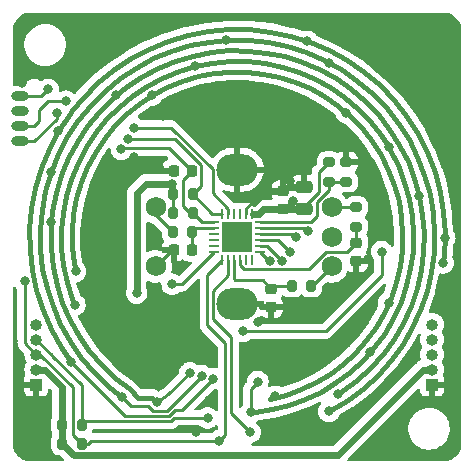
<source format=gbl>
%TF.GenerationSoftware,KiCad,Pcbnew,6.0.9-8da3e8f707~116~ubuntu22.04.1*%
%TF.CreationDate,2022-11-15T19:10:22-05:00*%
%TF.ProjectId,kicad_circular_tracks_test,6b696361-645f-4636-9972-63756c61725f,rev?*%
%TF.SameCoordinates,Original*%
%TF.FileFunction,Copper,L4,Bot*%
%TF.FilePolarity,Positive*%
%FSLAX46Y46*%
G04 Gerber Fmt 4.6, Leading zero omitted, Abs format (unit mm)*
G04 Created by KiCad (PCBNEW 6.0.9-8da3e8f707~116~ubuntu22.04.1) date 2022-11-15 19:10:22*
%MOMM*%
%LPD*%
G01*
G04 APERTURE LIST*
G04 Aperture macros list*
%AMRoundRect*
0 Rectangle with rounded corners*
0 $1 Rounding radius*
0 $2 $3 $4 $5 $6 $7 $8 $9 X,Y pos of 4 corners*
0 Add a 4 corners polygon primitive as box body*
4,1,4,$2,$3,$4,$5,$6,$7,$8,$9,$2,$3,0*
0 Add four circle primitives for the rounded corners*
1,1,$1+$1,$2,$3*
1,1,$1+$1,$4,$5*
1,1,$1+$1,$6,$7*
1,1,$1+$1,$8,$9*
0 Add four rect primitives between the rounded corners*
20,1,$1+$1,$2,$3,$4,$5,0*
20,1,$1+$1,$4,$5,$6,$7,0*
20,1,$1+$1,$6,$7,$8,$9,0*
20,1,$1+$1,$8,$9,$2,$3,0*%
G04 Aperture macros list end*
%TA.AperFunction,SMDPad,CuDef*%
%ADD10O,1.500000X0.800000*%
%TD*%
%TA.AperFunction,ComponentPad*%
%ADD11C,1.750000*%
%TD*%
%TA.AperFunction,ComponentPad*%
%ADD12O,3.500000X2.700000*%
%TD*%
%TA.AperFunction,SMDPad,CuDef*%
%ADD13RoundRect,0.200000X-0.200000X-0.275000X0.200000X-0.275000X0.200000X0.275000X-0.200000X0.275000X0*%
%TD*%
%TA.AperFunction,SMDPad,CuDef*%
%ADD14RoundRect,0.200000X0.275000X-0.200000X0.275000X0.200000X-0.275000X0.200000X-0.275000X-0.200000X0*%
%TD*%
%TA.AperFunction,SMDPad,CuDef*%
%ADD15RoundRect,0.225000X-0.250000X0.225000X-0.250000X-0.225000X0.250000X-0.225000X0.250000X0.225000X0*%
%TD*%
%TA.AperFunction,SMDPad,CuDef*%
%ADD16RoundRect,0.200000X-0.275000X0.200000X-0.275000X-0.200000X0.275000X-0.200000X0.275000X0.200000X0*%
%TD*%
%TA.AperFunction,SMDPad,CuDef*%
%ADD17RoundRect,0.062500X0.350000X0.062500X-0.350000X0.062500X-0.350000X-0.062500X0.350000X-0.062500X0*%
%TD*%
%TA.AperFunction,SMDPad,CuDef*%
%ADD18RoundRect,0.062500X0.062500X0.350000X-0.062500X0.350000X-0.062500X-0.350000X0.062500X-0.350000X0*%
%TD*%
%TA.AperFunction,SMDPad,CuDef*%
%ADD19R,2.600000X2.600000*%
%TD*%
%TA.AperFunction,SMDPad,CuDef*%
%ADD20RoundRect,0.225000X0.225000X0.250000X-0.225000X0.250000X-0.225000X-0.250000X0.225000X-0.250000X0*%
%TD*%
%TA.AperFunction,ComponentPad*%
%ADD21R,1.000000X1.000000*%
%TD*%
%TA.AperFunction,ComponentPad*%
%ADD22O,1.000000X1.000000*%
%TD*%
%TA.AperFunction,SMDPad,CuDef*%
%ADD23RoundRect,0.200000X0.200000X0.275000X-0.200000X0.275000X-0.200000X-0.275000X0.200000X-0.275000X0*%
%TD*%
%TA.AperFunction,SMDPad,CuDef*%
%ADD24RoundRect,0.225000X0.250000X-0.225000X0.250000X0.225000X-0.250000X0.225000X-0.250000X-0.225000X0*%
%TD*%
%TA.AperFunction,SMDPad,CuDef*%
%ADD25RoundRect,0.250000X0.475000X-0.250000X0.475000X0.250000X-0.475000X0.250000X-0.475000X-0.250000X0*%
%TD*%
%TA.AperFunction,ViaPad*%
%ADD26C,0.800000*%
%TD*%
%TA.AperFunction,Conductor*%
%ADD27C,0.400000*%
%TD*%
%TA.AperFunction,Conductor*%
%ADD28C,0.250000*%
%TD*%
%TA.AperFunction,Conductor*%
%ADD29C,0.600000*%
%TD*%
G04 APERTURE END LIST*
D10*
%TO.P,J3,2,NRST*%
%TO.N,~{RESET}*%
X131631000Y-91905000D03*
%TO.P,J3,4,SWCLK*%
%TO.N,SWCLK*%
X131631000Y-90635000D03*
%TO.P,J3,6,SWO*%
%TO.N,unconnected-(J3-Pad6)*%
X131631000Y-89365000D03*
%TO.P,J3,8,SWDIO*%
%TO.N,SWDIO*%
X131631000Y-88095000D03*
%TD*%
D11*
%TO.P,S1,1,SW1*%
%TO.N,ENC_SW_RAW*%
X143100000Y-97500000D03*
%TO.P,S1,2,SW2*%
%TO.N,GND*%
X143100000Y-102500000D03*
%TO.P,S1,3,A*%
%TO.N,ENC_A_RAW*%
X158000000Y-102500000D03*
%TO.P,S1,4,COMM*%
%TO.N,GND*%
X158000000Y-100000000D03*
%TO.P,S1,5,B*%
%TO.N,ENC_B_RAW*%
X158000000Y-97500000D03*
D12*
%TO.P,S1,6,GND*%
%TO.N,GND*%
X150000000Y-94300000D03*
X150000000Y-105700000D03*
%TD*%
D13*
%TO.P,R12,1*%
%TO.N,+3.3V*%
X144600000Y-98000000D03*
%TO.P,R12,2*%
%TO.N,~{RESET}*%
X146250000Y-98000000D03*
%TD*%
D14*
%TO.P,R14,1*%
%TO.N,ADDR_SET*%
X159250000Y-95325000D03*
%TO.P,R14,2*%
%TO.N,GND*%
X159250000Y-93675000D03*
%TD*%
D15*
%TO.P,C4,1*%
%TO.N,ENC_B*%
X160100000Y-100500000D03*
%TO.P,C4,2*%
%TO.N,GND*%
X160100000Y-102050000D03*
%TD*%
D16*
%TO.P,R10,1*%
%TO.N,ENC_B_RAW*%
X160100000Y-97475000D03*
%TO.P,R10,2*%
%TO.N,ENC_B*%
X160100000Y-99125000D03*
%TD*%
D17*
%TO.P,U1,1,PA02*%
%TO.N,ADDR_SET*%
X151937500Y-98750000D03*
%TO.P,U1,2,PA03*%
%TO.N,A*%
X151937500Y-99250000D03*
%TO.P,U1,3,PA04*%
%TO.N,B*%
X151937500Y-99750000D03*
%TO.P,U1,4,PA05*%
%TO.N,E*%
X151937500Y-100250000D03*
%TO.P,U1,5,PA06*%
%TO.N,D*%
X151937500Y-100750000D03*
%TO.P,U1,6,PA07*%
%TO.N,C*%
X151937500Y-101250000D03*
D18*
%TO.P,U1,7,PA08/XIN*%
%TO.N,unconnected-(U1-Pad7)*%
X151250000Y-101937500D03*
%TO.P,U1,8,PA09/XOUT*%
%TO.N,unconnected-(U1-Pad8)*%
X150750000Y-101937500D03*
%TO.P,U1,9,PA10*%
%TO.N,ENC_B*%
X150250000Y-101937500D03*
%TO.P,U1,10,PA11*%
%TO.N,ENC_A*%
X149750000Y-101937500D03*
%TO.P,U1,11,PA14*%
%TO.N,I2C_SDA*%
X149250000Y-101937500D03*
%TO.P,U1,12,PA15*%
%TO.N,I2C_SCL*%
X148750000Y-101937500D03*
D17*
%TO.P,U1,13,PA16*%
%TO.N,INT*%
X148062500Y-101250000D03*
%TO.P,U1,14,PA17*%
%TO.N,unconnected-(U1-Pad14)*%
X148062500Y-100750000D03*
%TO.P,U1,15,PA22*%
%TO.N,unconnected-(U1-Pad15)*%
X148062500Y-100250000D03*
%TO.P,U1,16,PA23*%
%TO.N,unconnected-(U1-Pad16)*%
X148062500Y-99750000D03*
%TO.P,U1,17,PA27*%
%TO.N,ENC_SW*%
X148062500Y-99250000D03*
%TO.P,U1,18,PA28/~{RST}*%
%TO.N,~{RESET}*%
X148062500Y-98750000D03*
D18*
%TO.P,U1,19,PA30/SWCLK*%
%TO.N,SWCLK*%
X148750000Y-98062500D03*
%TO.P,U1,20,PA31/SWDIO*%
%TO.N,SWDIO*%
X149250000Y-98062500D03*
%TO.P,U1,21,PA24*%
%TO.N,unconnected-(U1-Pad21)*%
X149750000Y-98062500D03*
%TO.P,U1,22,PA25*%
%TO.N,unconnected-(U1-Pad22)*%
X150250000Y-98062500D03*
%TO.P,U1,23,GND*%
%TO.N,GND*%
X150750000Y-98062500D03*
%TO.P,U1,24,VDD*%
%TO.N,+3.3V*%
X151250000Y-98062500D03*
D19*
%TO.P,U1,25*%
%TO.N,N/C*%
X150000000Y-100000000D03*
%TD*%
D20*
%TO.P,C6,1*%
%TO.N,~{RESET}*%
X146175000Y-94400000D03*
%TO.P,C6,2*%
%TO.N,GND*%
X144625000Y-94400000D03*
%TD*%
D13*
%TO.P,R7,1*%
%TO.N,+3.3V*%
X135175000Y-117500000D03*
%TO.P,R7,2*%
%TO.N,I2C_SCL*%
X136825000Y-117500000D03*
%TD*%
D21*
%TO.P,J4,1,Pin_1*%
%TO.N,GND*%
X133000000Y-112500000D03*
D22*
%TO.P,J4,2,Pin_2*%
%TO.N,+3.3V*%
X133000000Y-111230000D03*
%TO.P,J4,3,Pin_3*%
%TO.N,I2C_SCL*%
X133000000Y-109960000D03*
%TO.P,J4,4,Pin_4*%
%TO.N,I2C_SDA*%
X133000000Y-108690000D03*
%TO.P,J4,5,Pin_5*%
%TO.N,INT*%
X133000000Y-107420000D03*
%TD*%
D15*
%TO.P,C3,1*%
%TO.N,ENC_A*%
X152908000Y-104381000D03*
%TO.P,C3,2*%
%TO.N,GND*%
X152908000Y-105931000D03*
%TD*%
D21*
%TO.P,J1,1,Pin_1*%
%TO.N,GND*%
X166500000Y-112500000D03*
D22*
%TO.P,J1,2,Pin_2*%
%TO.N,+3.3V*%
X166500000Y-111230000D03*
%TO.P,J1,3,Pin_3*%
%TO.N,I2C_SCL*%
X166500000Y-109960000D03*
%TO.P,J1,4,Pin_4*%
%TO.N,I2C_SDA*%
X166500000Y-108690000D03*
%TO.P,J1,5,Pin_5*%
%TO.N,INT*%
X166500000Y-107420000D03*
%TD*%
D13*
%TO.P,R11,1*%
%TO.N,ENC_SW_RAW*%
X144550000Y-99600000D03*
%TO.P,R11,2*%
%TO.N,ENC_SW*%
X146200000Y-99600000D03*
%TD*%
%TO.P,R6,1*%
%TO.N,+3.3V*%
X144600000Y-96400000D03*
%TO.P,R6,2*%
%TO.N,SWCLK*%
X146250000Y-96400000D03*
%TD*%
D23*
%TO.P,R9,1*%
%TO.N,ENC_A_RAW*%
X156273000Y-104140000D03*
%TO.P,R9,2*%
%TO.N,ENC_A*%
X154623000Y-104140000D03*
%TD*%
D24*
%TO.P,C1,1*%
%TO.N,+3.3V*%
X153900000Y-97675000D03*
%TO.P,C1,2*%
%TO.N,GND*%
X153900000Y-96125000D03*
%TD*%
D16*
%TO.P,R13,1*%
%TO.N,+3.3V*%
X157750000Y-93675000D03*
%TO.P,R13,2*%
%TO.N,ADDR_SET*%
X157750000Y-95325000D03*
%TD*%
D20*
%TO.P,C5,1*%
%TO.N,ENC_SW*%
X146175000Y-101100000D03*
%TO.P,C5,2*%
%TO.N,GND*%
X144625000Y-101100000D03*
%TD*%
D13*
%TO.P,R8,1*%
%TO.N,+3.3V*%
X135175000Y-115900000D03*
%TO.P,R8,2*%
%TO.N,I2C_SDA*%
X136825000Y-115900000D03*
%TD*%
D25*
%TO.P,C2,1*%
%TO.N,+3.3V*%
X155700000Y-97650000D03*
%TO.P,C2,2*%
%TO.N,GND*%
X155700000Y-95750000D03*
%TD*%
D26*
%TO.N,A*%
X153250000Y-113500000D03*
X142822754Y-87979752D03*
X136326396Y-102923604D03*
X156000000Y-99500000D03*
X162825273Y-105575273D03*
X159243935Y-89506065D03*
%TO.N,B*%
X161246763Y-109746763D03*
X146459489Y-85526787D03*
X136265922Y-105734078D03*
X151157645Y-114842355D03*
X155000000Y-100000000D03*
X151750000Y-112250000D03*
X162821488Y-92428512D03*
%TO.N,C*%
X143200000Y-114000000D03*
X152750000Y-102000000D03*
X134267089Y-98767089D03*
X165421170Y-96561033D03*
X139748788Y-87998788D03*
X158531054Y-113281054D03*
X146000000Y-111500000D03*
%TO.N,GND*%
X141250000Y-93250000D03*
X143500000Y-94250000D03*
X151800000Y-107200000D03*
X161100000Y-101900000D03*
X155900000Y-110600000D03*
X147600000Y-113800000D03*
X146500000Y-109800000D03*
X143750000Y-89750000D03*
X154500000Y-95300000D03*
X143000000Y-104750000D03*
X156800000Y-115800000D03*
X131750000Y-87000000D03*
X146500000Y-116500000D03*
X150000000Y-88250000D03*
%TO.N,+3.3V*%
X141500000Y-104750000D03*
X154700000Y-97000000D03*
X144500000Y-95500000D03*
%TO.N,D*%
X157765710Y-85234290D03*
X149085034Y-83335034D03*
X153800000Y-102000000D03*
X134235653Y-94488717D03*
X147000000Y-111750000D03*
X157771113Y-114771113D03*
X140222278Y-113527722D03*
%TO.N,E*%
X134861405Y-91023268D03*
X167441220Y-102191220D03*
X148000000Y-112000000D03*
X135936128Y-110563872D03*
X154500000Y-101250000D03*
X155944075Y-83444075D03*
X167583282Y-100083282D03*
%TO.N,I2C_SDA*%
X147500000Y-115325999D03*
X151113233Y-116525500D03*
%TO.N,I2C_SCL*%
X148500000Y-117250000D03*
X132000000Y-103750000D03*
%TO.N,SWDIO*%
X141250000Y-90750000D03*
X134000000Y-87500000D03*
%TO.N,INT*%
X144500000Y-104000000D03*
X162250000Y-101250000D03*
X150500000Y-108000000D03*
%TO.N,SWCLK*%
X135500000Y-88500000D03*
X140750000Y-91750000D03*
%TO.N,~{RESET}*%
X134750000Y-89500000D03*
X140195576Y-92581637D03*
%TD*%
D27*
%TO.N,A*%
X149426142Y-86011795D02*
X150817897Y-86023940D01*
X163664327Y-96952814D02*
X163899364Y-98324633D01*
X153563482Y-86461138D02*
X154890175Y-86881868D01*
X155423776Y-112906658D02*
X154115443Y-113381416D01*
X136390934Y-96714803D02*
X136784380Y-95379763D01*
X163015129Y-105158060D02*
X162825273Y-105575273D01*
X163956356Y-101104224D02*
X163777747Y-102484525D01*
X160555727Y-90803489D02*
X161416706Y-91897037D01*
X158530332Y-88898981D02*
X159243935Y-89506065D01*
X144051738Y-87326508D02*
X145339511Y-86798521D01*
X136180990Y-102243691D02*
X136026498Y-100860484D01*
X162825273Y-105575273D02*
X162438658Y-106424871D01*
X150817897Y-86023940D02*
X152201569Y-86174216D01*
X152201569Y-86174216D02*
X153563482Y-86461138D01*
X146673346Y-86401008D02*
X148040059Y-86137899D01*
X154890175Y-86881868D02*
X156168537Y-87432250D01*
X142822754Y-87979752D02*
X144051738Y-87326508D01*
X145339511Y-86798521D02*
X146673346Y-86401008D01*
X156168537Y-87432250D02*
X157385934Y-88106843D01*
X157867226Y-111580411D02*
X156678504Y-112304339D01*
X136026498Y-100860484D02*
X136010111Y-99468772D01*
X140589037Y-89635012D02*
X141664705Y-88751797D01*
X159590423Y-89800834D02*
X160555727Y-90803489D01*
X163899364Y-98324633D02*
X163997029Y-99713010D01*
X136010111Y-99468772D02*
X136131991Y-98082311D01*
X163777747Y-102484525D02*
X163462968Y-103840270D01*
X159243935Y-89506065D02*
X159590423Y-89800834D01*
X139606381Y-90620667D02*
X140589037Y-89635012D01*
X160000425Y-109797483D02*
X158978193Y-110742031D01*
X137308440Y-94090387D02*
X137957936Y-92859418D01*
X160923820Y-108756102D02*
X160000425Y-109797483D01*
X161416706Y-91897037D02*
X162164849Y-93070669D01*
X156678504Y-112304339D02*
X155423776Y-112906658D01*
X163997029Y-99713010D02*
X163956356Y-101104224D01*
D28*
X151937500Y-99250000D02*
X155750000Y-99250000D01*
D27*
X138726448Y-91699022D02*
X139606381Y-90620667D01*
X162792763Y-94312786D02*
X163294241Y-95611111D01*
X136784380Y-95379763D02*
X137308440Y-94090387D01*
X163294241Y-95611111D02*
X163664327Y-96952814D01*
X137957936Y-92859418D02*
X138726448Y-91699022D01*
X162164849Y-93070669D02*
X162792763Y-94312786D01*
X157385934Y-88106843D02*
X158530332Y-88898981D01*
X136131991Y-98082311D02*
X136390934Y-96714803D01*
X158978193Y-110742031D02*
X157867226Y-111580411D01*
X154115443Y-113381416D02*
X152766436Y-113723921D01*
D28*
X155750000Y-99250000D02*
X156000000Y-99500000D01*
D27*
X136326396Y-102923604D02*
X136180990Y-102243691D01*
X161739250Y-107628183D02*
X160923820Y-108756102D01*
X163462968Y-103840270D02*
X163015129Y-105158060D01*
X148040059Y-86137899D02*
X149426142Y-86011795D01*
X162438658Y-106424871D02*
X161739250Y-107628183D01*
X141664705Y-88751797D02*
X142822754Y-87979752D01*
%TO.N,B*%
X138001719Y-91165387D02*
X138938219Y-90017709D01*
X164792896Y-98216931D02*
X164896839Y-99694561D01*
X147914062Y-85246764D02*
X149389251Y-85112552D01*
D28*
X151937500Y-99750000D02*
X154750000Y-99750000D01*
D27*
X136492554Y-93710483D02*
X137183803Y-92400380D01*
X135934803Y-95082748D02*
X136492554Y-93710483D01*
X135110760Y-99434622D02*
X135240475Y-97959031D01*
X135602406Y-103836456D02*
X135292624Y-102387929D01*
D28*
X151157645Y-112842355D02*
X151157645Y-114842355D01*
D27*
X137183803Y-92400380D02*
X138001719Y-91165387D01*
X164148871Y-95328968D02*
X164542749Y-96756923D01*
D28*
X154750000Y-99750000D02*
X155000000Y-100000000D01*
D27*
X162821488Y-92428512D02*
X162946876Y-92625211D01*
X152343099Y-85285415D02*
X153792563Y-85590781D01*
X153792563Y-85590781D02*
X155204544Y-86038559D01*
X162493917Y-108118566D02*
X161626066Y-109318995D01*
X159555363Y-111432590D02*
X158372976Y-112324867D01*
X149389251Y-85112552D02*
X150870477Y-85125478D01*
X157107837Y-113095333D02*
X155772448Y-113736373D01*
X163238286Y-106837899D02*
X162493917Y-108118566D01*
X145039908Y-85949854D02*
X146459489Y-85526787D01*
X142361359Y-87207022D02*
X143669350Y-86511783D01*
X135128200Y-100915801D02*
X135110760Y-99434622D01*
X155772448Y-113736373D02*
X154380008Y-114241651D01*
X143669350Y-86511783D02*
X145039908Y-85949854D01*
X136265922Y-105734078D02*
X136054484Y-105247066D01*
X164542749Y-96756923D02*
X164792896Y-98216931D01*
X139984046Y-88968690D02*
X141128864Y-88028698D01*
X160206950Y-89145173D02*
X161234310Y-90212284D01*
X162946876Y-92625211D02*
X163615155Y-93947179D01*
X155204544Y-86038559D02*
X156565087Y-86624322D01*
X164896839Y-99694561D02*
X164853551Y-101175210D01*
X135292624Y-102387929D02*
X135128200Y-100915801D01*
X161234310Y-90212284D02*
X162150638Y-91376131D01*
X160643310Y-110427321D02*
X159555363Y-111432590D01*
X162150638Y-91376131D02*
X162821488Y-92428512D01*
X158372976Y-112324867D02*
X157107837Y-113095333D01*
X150870477Y-85125478D02*
X152343099Y-85285415D01*
X135240475Y-97959031D02*
X135516064Y-96503611D01*
X136054484Y-105247066D02*
X135602406Y-103836456D01*
X138938219Y-90017709D02*
X139984046Y-88968690D01*
X163615155Y-93947179D02*
X164148871Y-95328968D01*
X135516064Y-96503611D02*
X135934803Y-95082748D01*
X164663460Y-102644244D02*
X164328445Y-104087144D01*
X159078711Y-88185344D02*
X160206950Y-89145173D01*
X146459489Y-85526787D02*
X147914062Y-85246764D01*
X164853551Y-101175210D02*
X164663460Y-102644244D01*
X164328445Y-104087144D02*
X163851817Y-105489650D01*
X163851817Y-105489650D02*
X163238286Y-106837899D01*
X161246763Y-109746763D02*
X160643310Y-110427321D01*
X154380008Y-114241651D02*
X152944279Y-114606174D01*
X141128864Y-88028698D02*
X142361359Y-87207022D01*
X156565087Y-86624322D02*
X157860744Y-87342283D01*
X152944279Y-114606174D02*
X151479450Y-114826339D01*
X161626066Y-109318995D02*
X161246763Y-109746763D01*
D28*
X151750000Y-112250000D02*
X151157645Y-112842355D01*
D27*
X157860744Y-87342283D02*
X159078711Y-88185344D01*
%TO.N,C*%
X134641196Y-96292420D02*
X135085228Y-94785733D01*
X134267089Y-98767089D02*
X134348961Y-97835751D01*
D28*
X144162564Y-113337436D02*
X146000000Y-111500000D01*
D27*
X134348961Y-97835751D02*
X134641196Y-96292420D01*
X138522549Y-110858504D02*
X137501102Y-109665224D01*
X162884569Y-90855227D02*
X163728902Y-92179754D01*
X146245633Y-84652566D02*
X147788066Y-84355629D01*
X140593024Y-87305599D02*
X141899965Y-86434292D01*
D28*
X152687500Y-102000000D02*
X151937500Y-101250000D01*
D27*
X141899965Y-86434292D02*
X143286962Y-85697059D01*
X138467104Y-89217104D02*
X139379056Y-88302370D01*
X161912893Y-89621080D02*
X162884569Y-90855227D01*
X163728902Y-92179754D02*
X164437547Y-93581572D01*
X164037914Y-107250926D02*
X163248583Y-108608949D01*
X154021644Y-84720426D02*
X155518912Y-85195251D01*
X165750745Y-101246196D02*
X165549172Y-102803964D01*
X134732753Y-104068188D02*
X134404259Y-102532166D01*
X158335554Y-86577723D02*
X159627090Y-87471707D01*
X138270058Y-89414752D02*
X138467104Y-89217104D01*
X135837677Y-107004826D02*
X135212138Y-105564003D01*
X137276991Y-90631753D02*
X138270058Y-89414752D01*
X139657432Y-111944466D02*
X138522549Y-110858504D01*
D28*
X152750000Y-102000000D02*
X152687500Y-102000000D01*
D27*
X162328311Y-109881888D02*
X161286195Y-111057160D01*
X135085228Y-94785733D02*
X135676668Y-93330580D01*
X147788066Y-84355629D02*
X149352360Y-84213310D01*
D28*
X143200000Y-114000000D02*
X144162564Y-113337436D01*
D27*
X144740306Y-85101187D02*
X146245633Y-84652566D01*
X136409670Y-91941343D02*
X137276991Y-90631753D01*
X136603187Y-108376419D02*
X135837677Y-107004826D01*
X152484628Y-84396615D02*
X154021644Y-84720426D01*
X139748788Y-87998788D02*
X140593024Y-87305599D01*
X165421170Y-96561033D02*
X165686426Y-98109229D01*
X158878727Y-113069322D02*
X158531054Y-113281054D01*
X135212138Y-105564003D02*
X134732753Y-104068188D01*
X143286962Y-85697059D02*
X144740306Y-85101187D01*
X165193922Y-104334019D02*
X164688504Y-105821239D01*
X160823477Y-88489512D02*
X161912893Y-89621080D01*
X150923056Y-84227018D02*
X152484628Y-84396615D01*
X159627090Y-87471707D02*
X160823477Y-88489512D01*
X165549172Y-102803964D02*
X165193922Y-104334019D01*
X134211410Y-99400472D02*
X134267089Y-98767089D01*
X165686426Y-98109229D02*
X165796647Y-99676112D01*
X135676668Y-93330580D02*
X136409670Y-91941343D01*
X161286195Y-111057160D02*
X160132532Y-112123150D01*
X165003501Y-95046825D02*
X165421170Y-96561033D01*
X156961636Y-85816396D02*
X158335554Y-86577723D01*
X160132532Y-112123150D02*
X158878727Y-113069322D01*
X141582158Y-113600000D02*
X142800000Y-113600000D01*
X134229904Y-100971118D02*
X134211410Y-99400472D01*
X140894534Y-112912376D02*
X139657432Y-111944466D01*
X139379056Y-88302370D02*
X139748788Y-87998788D01*
X134404259Y-102532166D02*
X134229904Y-100971118D01*
X164437547Y-93581572D02*
X165003501Y-95046825D01*
X142800000Y-113600000D02*
X143200000Y-114000000D01*
X155518912Y-85195251D02*
X156961636Y-85816396D01*
X165796647Y-99676112D02*
X165750745Y-101246196D01*
X149352360Y-84213310D02*
X150923056Y-84227018D01*
X137501102Y-109665224D02*
X136603187Y-108376419D01*
X164688504Y-105821239D02*
X164037914Y-107250926D01*
X163248583Y-108608949D02*
X162328311Y-109881888D01*
X140894534Y-112912376D02*
X141582158Y-113600000D01*
D28*
%TO.N,GND*%
X144625000Y-94400000D02*
X143650000Y-94400000D01*
D29*
X154750000Y-95750000D02*
X154275000Y-95750000D01*
X154275000Y-95750000D02*
X153900000Y-96125000D01*
D28*
X144500000Y-101100000D02*
X143100000Y-102500000D01*
X150750000Y-98062500D02*
X150750000Y-97601992D01*
X143650000Y-94400000D02*
X143500000Y-94250000D01*
D29*
X152462676Y-96125000D02*
X151437176Y-97150500D01*
D28*
X151201492Y-97150500D02*
X151437176Y-97150500D01*
X160100000Y-102050000D02*
X160950000Y-102050000D01*
X160950000Y-102050000D02*
X161100000Y-101900000D01*
X144625000Y-101100000D02*
X144500000Y-101100000D01*
D29*
X154500000Y-95500000D02*
X154500000Y-95300000D01*
D28*
X150750000Y-97601992D02*
X151201492Y-97150500D01*
D29*
X153900000Y-96125000D02*
X152462676Y-96125000D01*
X154750000Y-95750000D02*
X154500000Y-95500000D01*
X155700000Y-95750000D02*
X154750000Y-95750000D01*
%TO.N,+3.3V*%
X135175000Y-115900000D02*
X135175000Y-112675000D01*
X154550000Y-97650000D02*
X154550000Y-97150000D01*
X135175000Y-115900000D02*
X135175000Y-117500000D01*
X165770000Y-111230000D02*
X166500000Y-111230000D01*
X144500000Y-96300000D02*
X144600000Y-96400000D01*
X154550000Y-97650000D02*
X153925000Y-97650000D01*
X135175000Y-112675000D02*
X133730000Y-111230000D01*
X155700000Y-97650000D02*
X154550000Y-97650000D01*
D28*
X144600000Y-98000000D02*
X144600000Y-96400000D01*
D29*
X152225000Y-97675000D02*
X151837500Y-98062500D01*
D28*
X156950000Y-94475000D02*
X156950000Y-96217253D01*
D29*
X142250000Y-95500000D02*
X141500000Y-96250000D01*
D28*
X157750000Y-93675000D02*
X156950000Y-94475000D01*
D29*
X154550000Y-97150000D02*
X154700000Y-97000000D01*
D28*
X156950000Y-96217253D02*
X155700000Y-97467253D01*
D29*
X136150000Y-118475000D02*
X158525000Y-118475000D01*
X153900000Y-97675000D02*
X152225000Y-97675000D01*
X151837500Y-98062500D02*
X151374500Y-98062500D01*
X141500000Y-96250000D02*
X141500000Y-104750000D01*
X158525000Y-118475000D02*
X165770000Y-111230000D01*
X135175000Y-117500000D02*
X136150000Y-118475000D01*
D28*
X155700000Y-97467253D02*
X155700000Y-97650000D01*
D29*
X144500000Y-95500000D02*
X142250000Y-95500000D01*
X133730000Y-111230000D02*
X133000000Y-111230000D01*
X144500000Y-95500000D02*
X144500000Y-96300000D01*
X153925000Y-97650000D02*
X153900000Y-97675000D01*
D27*
%TO.N,D*%
X147662070Y-83464494D02*
X149085034Y-83335034D01*
D28*
X140222278Y-113527722D02*
X141042562Y-114348006D01*
D27*
X133515894Y-102676403D02*
X133331607Y-101026435D01*
X149085034Y-83335034D02*
X149315470Y-83314069D01*
X162591475Y-89029876D02*
X163618500Y-90334322D01*
X139068298Y-112624847D02*
X137868771Y-111477026D01*
X152626157Y-83507815D02*
X154250725Y-83850071D01*
X166647939Y-101317182D02*
X166434884Y-102963683D01*
X159384477Y-113813777D02*
X157966502Y-114677319D01*
X166434884Y-102963683D02*
X166059398Y-104580893D01*
X164837542Y-107663953D02*
X164003249Y-109099333D01*
X133312060Y-99366321D02*
X133457446Y-97712471D01*
X135030962Y-107403835D02*
X134369791Y-105880940D01*
X165858131Y-94764683D02*
X166299591Y-96365142D01*
X134369791Y-105880940D02*
X133863099Y-104299920D01*
X166299591Y-96365142D02*
X166579956Y-98001527D01*
X163030557Y-110444780D02*
X161929079Y-111686998D01*
X166696456Y-99657663D02*
X166647939Y-101317182D01*
X146031777Y-83778345D02*
X147662070Y-83464494D01*
X144440703Y-84252521D02*
X146031777Y-83778345D01*
X164003249Y-109099333D02*
X163030557Y-110444780D01*
D28*
X141042562Y-114348006D02*
X142474989Y-114348006D01*
D27*
X154250725Y-83850071D02*
X155833281Y-84351942D01*
X135635538Y-91482306D02*
X136552263Y-90098119D01*
X166579956Y-98001527D02*
X166696456Y-99657663D01*
X155833281Y-84351942D02*
X157358184Y-85008469D01*
D28*
X153800000Y-102000000D02*
X152550000Y-100750000D01*
D27*
X134860782Y-92950676D02*
X135635538Y-91482306D01*
X149315470Y-83314069D02*
X150975635Y-83328557D01*
X163618500Y-90334322D02*
X164510928Y-91734297D01*
X140375868Y-113647891D02*
X139068298Y-112624847D01*
X157765710Y-85234290D02*
X158810364Y-85813163D01*
X142904574Y-84882334D02*
X144440703Y-84252521D01*
X161929079Y-111686998D02*
X160709702Y-112813709D01*
X161440005Y-87833852D02*
X162591475Y-89029876D01*
X160709702Y-112813709D02*
X159384477Y-113813777D01*
X137868771Y-111477026D02*
X136789140Y-110215774D01*
X133863099Y-104299920D02*
X133515894Y-102676403D01*
X158810364Y-85813163D02*
X160175468Y-86758070D01*
D28*
X144024989Y-114725011D02*
X147000000Y-111750000D01*
D27*
X137601897Y-88811795D02*
X138774065Y-87636049D01*
X133766328Y-96081229D02*
X134235653Y-94488717D01*
X157358184Y-85008469D02*
X157765710Y-85234290D01*
X164510928Y-91734297D02*
X165259939Y-93215965D01*
X136789140Y-110215774D02*
X135840077Y-108853556D01*
X133331607Y-101026435D02*
X133312060Y-99366321D01*
D28*
X142851994Y-114725011D02*
X144024989Y-114725011D01*
D27*
X133457446Y-97712471D02*
X133766328Y-96081229D01*
X135840077Y-108853556D02*
X135030962Y-107403835D01*
D28*
X152550000Y-100750000D02*
X151937500Y-100750000D01*
D27*
X157966502Y-114677319D02*
X157771113Y-114771113D01*
X160175468Y-86758070D02*
X161440005Y-87833852D01*
X138774065Y-87636049D02*
X140057184Y-86582500D01*
X140057184Y-86582500D02*
X141438571Y-85661561D01*
X165525191Y-106152829D02*
X164837542Y-107663953D01*
X141438571Y-85661561D02*
X142904574Y-84882334D01*
X165259939Y-93215965D02*
X165858131Y-94764683D01*
X166059398Y-104580893D02*
X165525191Y-106152829D01*
X136552263Y-90098119D02*
X137601897Y-88811795D01*
X134235653Y-94488717D02*
X134860782Y-92950676D01*
D28*
X142474989Y-114348006D02*
X142851994Y-114725011D01*
D27*
X150975635Y-83328557D02*
X152626157Y-83507815D01*
%TO.N,E*%
X147536074Y-82573359D02*
X149278579Y-82414827D01*
X136933736Y-88208838D02*
X138169075Y-86969729D01*
D28*
X151937500Y-100250000D02*
X153500000Y-100250000D01*
D27*
X157754733Y-84200543D02*
X159285174Y-85048603D01*
X134044896Y-92570772D02*
X134861405Y-91023268D01*
X167473487Y-97893825D02*
X167596265Y-99639213D01*
X132565931Y-97589191D02*
X132891459Y-95870038D01*
X152767687Y-82619015D02*
X154479806Y-82979715D01*
X142522185Y-84067610D02*
X144141100Y-83403854D01*
X149278579Y-82414827D02*
X151028214Y-82430096D01*
X167178012Y-96169252D02*
X167473487Y-97893825D01*
X167596265Y-99639213D02*
X167583282Y-100083282D01*
X159285174Y-85048603D02*
X160723847Y-86044433D01*
X166712760Y-94482540D02*
X167178012Y-96169252D01*
D28*
X153500000Y-100250000D02*
X154500000Y-101250000D01*
D27*
X134861405Y-91023268D02*
X135827535Y-89564484D01*
D28*
X145337586Y-114662414D02*
X144724010Y-114662414D01*
D27*
X167583282Y-100083282D02*
X167545133Y-101388168D01*
X167545133Y-101388168D02*
X167441220Y-102191220D01*
X132412710Y-99332171D02*
X132565931Y-97589191D01*
X135936128Y-110563872D02*
X135076968Y-109330694D01*
D28*
X144211393Y-115175031D02*
X140547287Y-115175031D01*
D27*
X139521344Y-85859402D02*
X140977177Y-84888831D01*
X132433311Y-101081752D02*
X132412710Y-99332171D01*
X162056532Y-87178191D02*
X163270057Y-88438672D01*
X133527445Y-106197876D02*
X132993446Y-104531653D01*
X138169075Y-86969729D02*
X139521344Y-85859402D01*
X156147649Y-83508634D02*
X157754733Y-84200543D01*
D28*
X144724010Y-114662414D02*
X144211393Y-115175031D01*
D27*
X132627529Y-102820641D02*
X132433311Y-101081752D01*
X154479806Y-82979715D02*
X155944075Y-83444075D01*
X163270057Y-88438672D02*
X164352431Y-89813417D01*
X164352431Y-89813417D02*
X165292953Y-91288840D01*
X136046340Y-89296340D02*
X136933736Y-88208838D01*
X140977177Y-84888831D02*
X142522185Y-84067610D01*
X166082331Y-92850359D02*
X166712760Y-94482540D01*
X165292953Y-91288840D02*
X166082331Y-92850359D01*
X134224248Y-107802844D02*
X133527445Y-106197876D01*
X135827535Y-89564484D02*
X136046340Y-89296340D01*
X135076968Y-109330694D02*
X134224248Y-107802844D01*
X160723847Y-86044433D02*
X162056532Y-87178191D01*
X151028214Y-82430096D02*
X152767687Y-82619015D01*
X155944075Y-83444075D02*
X156147649Y-83508634D01*
D28*
X148000000Y-112000000D02*
X145337586Y-114662414D01*
D27*
X132993446Y-104531653D02*
X132627529Y-102820641D01*
X145817920Y-82904124D02*
X147536074Y-82573359D01*
X144141100Y-83403854D02*
X145817920Y-82904124D01*
X132891459Y-95870038D02*
X133386077Y-94191702D01*
D28*
X140547287Y-115175031D02*
X135936128Y-110563872D01*
D27*
X133386077Y-94191702D02*
X134044896Y-92570772D01*
D28*
%TO.N,I2C_SDA*%
X137124002Y-115600998D02*
X140336858Y-115600998D01*
X136825000Y-115900000D02*
X137124002Y-115600998D01*
X136825000Y-112540000D02*
X134325000Y-110040000D01*
X140336858Y-115600998D02*
X140360891Y-115625031D01*
X134325000Y-110040000D02*
X134325000Y-110015000D01*
X149250000Y-103250000D02*
X147925000Y-104575000D01*
X147925000Y-106925000D02*
X149500000Y-108500000D01*
X134325000Y-110015000D02*
X133000000Y-108690000D01*
X136825000Y-115900000D02*
X136825000Y-112540000D01*
X147925000Y-104575000D02*
X147925000Y-106925000D01*
X144397789Y-115625031D02*
X144696821Y-115325999D01*
X149250000Y-101937500D02*
X149250000Y-103250000D01*
X149500000Y-114912267D02*
X151113233Y-116525500D01*
X144696821Y-115325999D02*
X147500000Y-115325999D01*
X149500000Y-108500000D02*
X149500000Y-114912267D01*
X140360891Y-115625031D02*
X144397789Y-115625031D01*
%TO.N,I2C_SCL*%
X132040000Y-108500000D02*
X132000000Y-108500000D01*
X137453386Y-117453386D02*
X137406772Y-117500000D01*
X148500000Y-117250000D02*
X137656772Y-117250000D01*
X148750000Y-101937500D02*
X147475000Y-103212500D01*
X132000000Y-108500000D02*
X132000000Y-103750000D01*
X137656772Y-117250000D02*
X137453386Y-117453386D01*
X132040000Y-108500000D02*
X132040000Y-109000000D01*
X136100000Y-112716822D02*
X133343178Y-109960000D01*
X137406772Y-117500000D02*
X136825000Y-117500000D01*
X136100000Y-116775000D02*
X136100000Y-112716822D01*
X149000000Y-109000000D02*
X149000000Y-116750000D01*
X147475000Y-107475000D02*
X149000000Y-109000000D01*
X136825000Y-117500000D02*
X136100000Y-116775000D01*
X147475000Y-103212500D02*
X147475000Y-107475000D01*
X133343178Y-109960000D02*
X133000000Y-109960000D01*
X149000000Y-116750000D02*
X148500000Y-117250000D01*
X132040000Y-109000000D02*
X133000000Y-109960000D01*
%TO.N,SWDIO*%
X141250000Y-90750000D02*
X144425500Y-90750000D01*
X144425500Y-90750000D02*
X147925000Y-94249500D01*
X149250000Y-97601992D02*
X149250000Y-98062500D01*
X147925000Y-96276992D02*
X149250000Y-97601992D01*
X133405000Y-88095000D02*
X134000000Y-87500000D01*
X131631000Y-88095000D02*
X133405000Y-88095000D01*
X147925000Y-94249500D02*
X147925000Y-96276992D01*
%TO.N,INT*%
X145312500Y-104000000D02*
X148062500Y-101250000D01*
X144500000Y-104000000D02*
X145312500Y-104000000D01*
X162250000Y-103250000D02*
X162250000Y-101250000D01*
X150500000Y-108000000D02*
X157500000Y-108000000D01*
X157500000Y-108000000D02*
X162250000Y-103250000D01*
%TO.N,ADDR_SET*%
X159250000Y-95325000D02*
X157750000Y-95325000D01*
X157750000Y-96052943D02*
X157750000Y-95325000D01*
X156800000Y-98200000D02*
X156800000Y-97002943D01*
X156800000Y-97002943D02*
X157750000Y-96052943D01*
X156250000Y-98750000D02*
X156800000Y-98200000D01*
X151937500Y-98750000D02*
X156250000Y-98750000D01*
%TO.N,ENC_B*%
X159300000Y-101300000D02*
X157502943Y-101300000D01*
X157502943Y-101300000D02*
X156077943Y-102725000D01*
X160100000Y-99125000D02*
X160100000Y-100500000D01*
X150576992Y-102725000D02*
X150250000Y-102398008D01*
X160100000Y-100500000D02*
X159300000Y-101300000D01*
X156077943Y-102725000D02*
X150576992Y-102725000D01*
X150250000Y-102398008D02*
X150250000Y-101937500D01*
%TO.N,ENC_A*%
X154623000Y-104140000D02*
X153149000Y-104140000D01*
X149750000Y-101937500D02*
X149750000Y-103522000D01*
X149750000Y-103522000D02*
X149860000Y-103632000D01*
X152159000Y-103632000D02*
X152908000Y-104381000D01*
X149860000Y-103632000D02*
X152159000Y-103632000D01*
X153149000Y-104140000D02*
X152908000Y-104381000D01*
%TO.N,ENC_SW*%
X146175000Y-99625000D02*
X146200000Y-99600000D01*
X146550000Y-99250000D02*
X148062500Y-99250000D01*
X146200000Y-99600000D02*
X146550000Y-99250000D01*
X146175000Y-101100000D02*
X146175000Y-99625000D01*
%TO.N,SWCLK*%
X146950000Y-95700000D02*
X146950000Y-93922183D01*
X144777817Y-91750000D02*
X140750000Y-91750000D01*
X134000000Y-88500000D02*
X133261001Y-89238999D01*
X135500000Y-88500000D02*
X134000000Y-88500000D01*
X133261001Y-89238999D02*
X133261001Y-90196752D01*
X132822753Y-90635000D02*
X131631000Y-90635000D01*
X148750000Y-98062500D02*
X147912500Y-98062500D01*
X147912500Y-98062500D02*
X146250000Y-96400000D01*
X146950000Y-93922183D02*
X144777817Y-91750000D01*
X146250000Y-96400000D02*
X146950000Y-95700000D01*
X133261001Y-90196752D02*
X132822753Y-90635000D01*
%TO.N,~{RESET}*%
X146250000Y-98000000D02*
X146000000Y-98000000D01*
X145400000Y-95175000D02*
X146175000Y-94400000D01*
X132822753Y-91905000D02*
X134750000Y-89977753D01*
X144275000Y-92500000D02*
X140277213Y-92500000D01*
X134750000Y-89977753D02*
X134750000Y-89500000D01*
X145400000Y-97400000D02*
X145400000Y-95175000D01*
X140277213Y-92500000D02*
X140195576Y-92581637D01*
X146000000Y-98000000D02*
X145400000Y-97400000D01*
X147000000Y-98750000D02*
X146250000Y-98000000D01*
X148062500Y-98750000D02*
X147000000Y-98750000D01*
X131631000Y-91905000D02*
X132822753Y-91905000D01*
X146175000Y-94400000D02*
X144275000Y-92500000D01*
%TO.N,ENC_A_RAW*%
X156273000Y-104140000D02*
X156360000Y-104140000D01*
X156360000Y-104140000D02*
X158000000Y-102500000D01*
%TO.N,ENC_B_RAW*%
X158025000Y-97475000D02*
X158000000Y-97500000D01*
X160100000Y-97475000D02*
X158025000Y-97475000D01*
%TO.N,ENC_SW_RAW*%
X144550000Y-99600000D02*
X143100000Y-98150000D01*
X143100000Y-98150000D02*
X143100000Y-97500000D01*
%TD*%
%TA.AperFunction,Conductor*%
%TO.N,GND*%
G36*
X131217012Y-104224685D02*
G01*
X131243618Y-104256907D01*
X131260960Y-104286944D01*
X131334137Y-104368215D01*
X131364853Y-104432221D01*
X131366500Y-104452524D01*
X131366500Y-108428207D01*
X131364268Y-108451816D01*
X131362725Y-108459906D01*
X131365533Y-108504542D01*
X131366251Y-108515951D01*
X131366500Y-108523862D01*
X131366500Y-108539856D01*
X131368506Y-108555730D01*
X131369248Y-108563590D01*
X131372775Y-108619650D01*
X131375225Y-108627191D01*
X131375321Y-108627487D01*
X131380494Y-108650631D01*
X131380532Y-108650935D01*
X131380533Y-108650940D01*
X131381526Y-108658797D01*
X131384442Y-108666162D01*
X131397652Y-108699526D01*
X131406500Y-108745910D01*
X131406500Y-108921233D01*
X131405973Y-108932416D01*
X131404298Y-108939909D01*
X131404547Y-108947835D01*
X131404547Y-108947836D01*
X131406438Y-109007986D01*
X131406500Y-109011945D01*
X131406500Y-109039856D01*
X131406997Y-109043790D01*
X131406997Y-109043791D01*
X131407005Y-109043856D01*
X131407938Y-109055693D01*
X131409327Y-109099889D01*
X131414978Y-109119339D01*
X131418987Y-109138700D01*
X131421526Y-109158797D01*
X131424445Y-109166168D01*
X131424445Y-109166170D01*
X131437804Y-109199912D01*
X131441649Y-109211142D01*
X131453982Y-109253593D01*
X131458015Y-109260412D01*
X131458017Y-109260417D01*
X131464293Y-109271028D01*
X131472988Y-109288776D01*
X131480448Y-109307617D01*
X131485110Y-109314033D01*
X131485110Y-109314034D01*
X131506436Y-109343387D01*
X131512952Y-109353307D01*
X131535458Y-109391362D01*
X131549779Y-109405683D01*
X131562619Y-109420716D01*
X131574528Y-109437107D01*
X131588468Y-109448639D01*
X131608605Y-109465298D01*
X131617384Y-109473288D01*
X131954251Y-109810155D01*
X131988277Y-109872467D01*
X131990371Y-109913294D01*
X131986719Y-109945851D01*
X132003268Y-110142934D01*
X132057783Y-110333050D01*
X132080649Y-110377542D01*
X132141660Y-110496255D01*
X132148187Y-110508956D01*
X132152016Y-110513787D01*
X132153839Y-110516088D01*
X132154414Y-110517509D01*
X132155353Y-110518966D01*
X132155076Y-110519144D01*
X132180474Y-110581898D01*
X132167301Y-110651662D01*
X132163846Y-110657474D01*
X132068567Y-110830787D01*
X132066706Y-110836654D01*
X132066705Y-110836656D01*
X132026609Y-110963056D01*
X132008765Y-111019306D01*
X131986719Y-111215851D01*
X131987235Y-111221995D01*
X132002506Y-111403857D01*
X132003268Y-111412934D01*
X132016869Y-111460365D01*
X132047518Y-111567251D01*
X132057783Y-111603050D01*
X132060602Y-111608535D01*
X132064402Y-111615929D01*
X132077750Y-111685660D01*
X132057667Y-111737468D01*
X132059521Y-111738483D01*
X132046677Y-111761942D01*
X132001522Y-111882394D01*
X131997895Y-111897649D01*
X131992369Y-111948514D01*
X131992000Y-111955328D01*
X131992000Y-112227885D01*
X131996475Y-112243124D01*
X131997865Y-112244329D01*
X132005548Y-112246000D01*
X133128000Y-112246000D01*
X133196121Y-112266002D01*
X133242614Y-112319658D01*
X133254000Y-112372000D01*
X133254000Y-113489884D01*
X133258475Y-113505123D01*
X133259865Y-113506328D01*
X133267548Y-113507999D01*
X133544669Y-113507999D01*
X133551490Y-113507629D01*
X133602352Y-113502105D01*
X133617604Y-113498479D01*
X133738054Y-113453324D01*
X133753649Y-113444786D01*
X133855724Y-113368285D01*
X133868285Y-113355724D01*
X133944786Y-113253649D01*
X133953324Y-113238054D01*
X133998478Y-113117606D01*
X134002105Y-113102351D01*
X134007631Y-113051486D01*
X134008000Y-113044672D01*
X134008000Y-112955581D01*
X134028002Y-112887460D01*
X134081658Y-112840967D01*
X134151932Y-112830863D01*
X134216512Y-112860357D01*
X134223095Y-112866486D01*
X134329595Y-112972986D01*
X134363621Y-113035298D01*
X134366500Y-113062081D01*
X134366500Y-115226817D01*
X134348276Y-115292088D01*
X134324528Y-115331301D01*
X134273247Y-115494938D01*
X134266500Y-115568365D01*
X134266501Y-116231634D01*
X134273247Y-116305062D01*
X134275246Y-116311440D01*
X134275246Y-116311441D01*
X134321452Y-116458882D01*
X134324528Y-116468699D01*
X134328463Y-116475196D01*
X134348276Y-116507912D01*
X134366500Y-116573183D01*
X134366500Y-116826817D01*
X134348276Y-116892088D01*
X134324528Y-116931301D01*
X134322257Y-116938548D01*
X134322256Y-116938550D01*
X134316840Y-116955834D01*
X134273247Y-117094938D01*
X134266500Y-117168365D01*
X134266500Y-117171263D01*
X134266501Y-117500859D01*
X134266501Y-117831634D01*
X134273247Y-117905062D01*
X134275246Y-117911440D01*
X134275246Y-117911441D01*
X134305663Y-118008500D01*
X134324528Y-118068699D01*
X134413361Y-118215381D01*
X134534619Y-118336639D01*
X134681301Y-118425472D01*
X134688548Y-118427743D01*
X134688550Y-118427744D01*
X134754836Y-118448517D01*
X134844938Y-118476753D01*
X134918365Y-118483500D01*
X134962918Y-118483500D01*
X135031039Y-118503502D01*
X135052013Y-118520405D01*
X135308013Y-118776405D01*
X135342039Y-118838717D01*
X135336974Y-118909532D01*
X135294427Y-118966368D01*
X135227907Y-118991179D01*
X135218918Y-118991500D01*
X132549367Y-118991500D01*
X132529982Y-118990000D01*
X132515149Y-118987690D01*
X132515145Y-118987690D01*
X132506276Y-118986309D01*
X132491019Y-118988304D01*
X132465698Y-118989047D01*
X132296715Y-118976961D01*
X132278936Y-118974404D01*
X132088607Y-118933001D01*
X132071359Y-118927937D01*
X131888850Y-118859864D01*
X131872498Y-118852396D01*
X131701542Y-118759048D01*
X131686418Y-118749328D01*
X131530486Y-118632598D01*
X131516900Y-118620825D01*
X131379175Y-118483100D01*
X131367402Y-118469514D01*
X131250672Y-118313582D01*
X131240952Y-118298458D01*
X131147604Y-118127502D01*
X131140136Y-118111150D01*
X131072063Y-117928641D01*
X131066999Y-117911392D01*
X131065622Y-117905062D01*
X131025596Y-117721064D01*
X131023038Y-117703278D01*
X131021777Y-117685637D01*
X131011719Y-117545011D01*
X131012805Y-117522245D01*
X131012334Y-117522203D01*
X131012770Y-117517345D01*
X131013576Y-117512552D01*
X131013729Y-117500000D01*
X131009773Y-117472376D01*
X131008500Y-117454514D01*
X131008500Y-113044669D01*
X131992001Y-113044669D01*
X131992371Y-113051490D01*
X131997895Y-113102352D01*
X132001521Y-113117604D01*
X132046676Y-113238054D01*
X132055214Y-113253649D01*
X132131715Y-113355724D01*
X132144276Y-113368285D01*
X132246351Y-113444786D01*
X132261946Y-113453324D01*
X132382394Y-113498478D01*
X132397649Y-113502105D01*
X132448514Y-113507631D01*
X132455328Y-113508000D01*
X132727885Y-113508000D01*
X132743124Y-113503525D01*
X132744329Y-113502135D01*
X132746000Y-113494452D01*
X132746000Y-112772115D01*
X132741525Y-112756876D01*
X132740135Y-112755671D01*
X132732452Y-112754000D01*
X132010116Y-112754000D01*
X131994877Y-112758475D01*
X131993672Y-112759865D01*
X131992001Y-112767548D01*
X131992001Y-113044669D01*
X131008500Y-113044669D01*
X131008500Y-104319909D01*
X131028502Y-104251788D01*
X131082158Y-104205295D01*
X131152432Y-104195191D01*
X131217012Y-104224685D01*
G37*
%TD.AperFunction*%
%TA.AperFunction,Conductor*%
G36*
X167470018Y-81010000D02*
G01*
X167484851Y-81012310D01*
X167484855Y-81012310D01*
X167493724Y-81013691D01*
X167508981Y-81011696D01*
X167534302Y-81010953D01*
X167703285Y-81023039D01*
X167721064Y-81025596D01*
X167911392Y-81066999D01*
X167928641Y-81072063D01*
X168111150Y-81140136D01*
X168127502Y-81147604D01*
X168298458Y-81240952D01*
X168313582Y-81250672D01*
X168469514Y-81367402D01*
X168483100Y-81379175D01*
X168620825Y-81516900D01*
X168632598Y-81530486D01*
X168749328Y-81686418D01*
X168759048Y-81701542D01*
X168852396Y-81872498D01*
X168859864Y-81888850D01*
X168927937Y-82071359D01*
X168933001Y-82088607D01*
X168974404Y-82278936D01*
X168976961Y-82296715D01*
X168987708Y-82446971D01*
X168988540Y-82458601D01*
X168987793Y-82476565D01*
X168987692Y-82484845D01*
X168986309Y-82493724D01*
X168987474Y-82502630D01*
X168990436Y-82525283D01*
X168991500Y-82541621D01*
X168991500Y-117450633D01*
X168990000Y-117470018D01*
X168987690Y-117484851D01*
X168987690Y-117484855D01*
X168986309Y-117493724D01*
X168988136Y-117507693D01*
X168988304Y-117508976D01*
X168989047Y-117534302D01*
X168978224Y-117685637D01*
X168976962Y-117703279D01*
X168974404Y-117721064D01*
X168934378Y-117905062D01*
X168933001Y-117911392D01*
X168927937Y-117928641D01*
X168859864Y-118111150D01*
X168852396Y-118127502D01*
X168759048Y-118298458D01*
X168749328Y-118313582D01*
X168632598Y-118469514D01*
X168620825Y-118483100D01*
X168483100Y-118620825D01*
X168469514Y-118632598D01*
X168313582Y-118749328D01*
X168298458Y-118759048D01*
X168127502Y-118852396D01*
X168111150Y-118859864D01*
X167928641Y-118927937D01*
X167911393Y-118933001D01*
X167721064Y-118974404D01*
X167703285Y-118976961D01*
X167541395Y-118988540D01*
X167523435Y-118987793D01*
X167515155Y-118987692D01*
X167506276Y-118986309D01*
X167474714Y-118990436D01*
X167458379Y-118991500D01*
X159456082Y-118991500D01*
X159387961Y-118971498D01*
X159341468Y-118917842D01*
X159331364Y-118847568D01*
X159360858Y-118782988D01*
X159366987Y-118776405D01*
X161785737Y-116357655D01*
X164489858Y-116357655D01*
X164525104Y-116616638D01*
X164526412Y-116621124D01*
X164526412Y-116621126D01*
X164546098Y-116688664D01*
X164598243Y-116867567D01*
X164707668Y-117104928D01*
X164710231Y-117108837D01*
X164848410Y-117319596D01*
X164848414Y-117319601D01*
X164850976Y-117323509D01*
X164973144Y-117460386D01*
X165010845Y-117502626D01*
X165025018Y-117518506D01*
X165225970Y-117685637D01*
X165229973Y-117688066D01*
X165445422Y-117818804D01*
X165445426Y-117818806D01*
X165449419Y-117821229D01*
X165690455Y-117922303D01*
X165943783Y-117986641D01*
X165948434Y-117987109D01*
X165948438Y-117987110D01*
X166141308Y-118006531D01*
X166160867Y-118008500D01*
X166316354Y-118008500D01*
X166318679Y-118008327D01*
X166318685Y-118008327D01*
X166506000Y-117994407D01*
X166506004Y-117994406D01*
X166510652Y-117994061D01*
X166515200Y-117993032D01*
X166515206Y-117993031D01*
X166701601Y-117950853D01*
X166765577Y-117936377D01*
X166769931Y-117934684D01*
X167004824Y-117843340D01*
X167004827Y-117843339D01*
X167009177Y-117841647D01*
X167031741Y-117828751D01*
X167220136Y-117721074D01*
X167236098Y-117711951D01*
X167441357Y-117550138D01*
X167620443Y-117359763D01*
X167738556Y-117189505D01*
X167766759Y-117148851D01*
X167766761Y-117148848D01*
X167769424Y-117145009D01*
X167789190Y-117104928D01*
X167882960Y-116914781D01*
X167882961Y-116914778D01*
X167885025Y-116910593D01*
X167890949Y-116892088D01*
X167963280Y-116666123D01*
X167964707Y-116661665D01*
X168006721Y-116403693D01*
X168009243Y-116211049D01*
X168010081Y-116147022D01*
X168010081Y-116147019D01*
X168010142Y-116142345D01*
X167974896Y-115883362D01*
X167968945Y-115862943D01*
X167919648Y-115693814D01*
X167901757Y-115632433D01*
X167792332Y-115395072D01*
X167735506Y-115308398D01*
X167651590Y-115180404D01*
X167651586Y-115180399D01*
X167649024Y-115176491D01*
X167474982Y-114981494D01*
X167274030Y-114814363D01*
X167130210Y-114727091D01*
X167054578Y-114681196D01*
X167054574Y-114681194D01*
X167050581Y-114678771D01*
X166809545Y-114577697D01*
X166556217Y-114513359D01*
X166551566Y-114512891D01*
X166551562Y-114512890D01*
X166342271Y-114491816D01*
X166339133Y-114491500D01*
X166183646Y-114491500D01*
X166181321Y-114491673D01*
X166181315Y-114491673D01*
X165994000Y-114505593D01*
X165993996Y-114505594D01*
X165989348Y-114505939D01*
X165984800Y-114506968D01*
X165984794Y-114506969D01*
X165798399Y-114549147D01*
X165734423Y-114563623D01*
X165730071Y-114565315D01*
X165730069Y-114565316D01*
X165495176Y-114656660D01*
X165495173Y-114656661D01*
X165490823Y-114658353D01*
X165486769Y-114660670D01*
X165486767Y-114660671D01*
X165466076Y-114672497D01*
X165263902Y-114788049D01*
X165058643Y-114949862D01*
X164879557Y-115140237D01*
X164819494Y-115226817D01*
X164741982Y-115338550D01*
X164730576Y-115354991D01*
X164728510Y-115359181D01*
X164728508Y-115359184D01*
X164623923Y-115571263D01*
X164614975Y-115589407D01*
X164535293Y-115838335D01*
X164493279Y-116096307D01*
X164492085Y-116187500D01*
X164489964Y-116349580D01*
X164489858Y-116357655D01*
X161785737Y-116357655D01*
X165276906Y-112866486D01*
X165339218Y-112832460D01*
X165410033Y-112837525D01*
X165466869Y-112880072D01*
X165491680Y-112946592D01*
X165492001Y-112955581D01*
X165492001Y-113044669D01*
X165492371Y-113051490D01*
X165497895Y-113102352D01*
X165501521Y-113117604D01*
X165546676Y-113238054D01*
X165555214Y-113253649D01*
X165631715Y-113355724D01*
X165644276Y-113368285D01*
X165746351Y-113444786D01*
X165761946Y-113453324D01*
X165882394Y-113498478D01*
X165897649Y-113502105D01*
X165948514Y-113507631D01*
X165955328Y-113508000D01*
X166227885Y-113508000D01*
X166243124Y-113503525D01*
X166244329Y-113502135D01*
X166246000Y-113494452D01*
X166246000Y-113489884D01*
X166754000Y-113489884D01*
X166758475Y-113505123D01*
X166759865Y-113506328D01*
X166767548Y-113507999D01*
X167044669Y-113507999D01*
X167051490Y-113507629D01*
X167102352Y-113502105D01*
X167117604Y-113498479D01*
X167238054Y-113453324D01*
X167253649Y-113444786D01*
X167355724Y-113368285D01*
X167368285Y-113355724D01*
X167444786Y-113253649D01*
X167453324Y-113238054D01*
X167498478Y-113117606D01*
X167502105Y-113102351D01*
X167507631Y-113051486D01*
X167508000Y-113044672D01*
X167508000Y-112772115D01*
X167503525Y-112756876D01*
X167502135Y-112755671D01*
X167494452Y-112754000D01*
X166772115Y-112754000D01*
X166756876Y-112758475D01*
X166755671Y-112759865D01*
X166754000Y-112767548D01*
X166754000Y-113489884D01*
X166246000Y-113489884D01*
X166246000Y-112372000D01*
X166266002Y-112303879D01*
X166319658Y-112257386D01*
X166372000Y-112246000D01*
X167489884Y-112246000D01*
X167505123Y-112241525D01*
X167506328Y-112240135D01*
X167507999Y-112232452D01*
X167507999Y-111955331D01*
X167507629Y-111948510D01*
X167502105Y-111897648D01*
X167498479Y-111882396D01*
X167453324Y-111761946D01*
X167440478Y-111738483D01*
X167442602Y-111737320D01*
X167422313Y-111683007D01*
X167428429Y-111634183D01*
X167459443Y-111540950D01*
X167488197Y-111454513D01*
X167512985Y-111258295D01*
X167513380Y-111230000D01*
X167494080Y-111033167D01*
X167436916Y-110843831D01*
X167344066Y-110669204D01*
X167340167Y-110664424D01*
X167339715Y-110663743D01*
X167318676Y-110595935D01*
X167335105Y-110531775D01*
X167345188Y-110514027D01*
X167366108Y-110477200D01*
X167422723Y-110377542D01*
X167422725Y-110377537D01*
X167425769Y-110372179D01*
X167488197Y-110184513D01*
X167512985Y-109988295D01*
X167513380Y-109960000D01*
X167494080Y-109763167D01*
X167436916Y-109573831D01*
X167344066Y-109399204D01*
X167340167Y-109394424D01*
X167339715Y-109393743D01*
X167318676Y-109325935D01*
X167335105Y-109261775D01*
X167335877Y-109260417D01*
X167389417Y-109166170D01*
X167422723Y-109107542D01*
X167422725Y-109107537D01*
X167425769Y-109102179D01*
X167488197Y-108914513D01*
X167512985Y-108718295D01*
X167513380Y-108690000D01*
X167494080Y-108493167D01*
X167486427Y-108467817D01*
X167444395Y-108328602D01*
X167436916Y-108303831D01*
X167344066Y-108129204D01*
X167340167Y-108124424D01*
X167339715Y-108123743D01*
X167318676Y-108055935D01*
X167335105Y-107991775D01*
X167336398Y-107989500D01*
X167380363Y-107912107D01*
X167422723Y-107837542D01*
X167422725Y-107837537D01*
X167425769Y-107832179D01*
X167488197Y-107644513D01*
X167512985Y-107448295D01*
X167513380Y-107420000D01*
X167494080Y-107223167D01*
X167436916Y-107033831D01*
X167344066Y-106859204D01*
X167238675Y-106729982D01*
X167222960Y-106710713D01*
X167222957Y-106710710D01*
X167219065Y-106705938D01*
X167209592Y-106698101D01*
X167071425Y-106583799D01*
X167071421Y-106583797D01*
X167066675Y-106579870D01*
X166892701Y-106485802D01*
X166703768Y-106427318D01*
X166697643Y-106426674D01*
X166697642Y-106426674D01*
X166513204Y-106407289D01*
X166513202Y-106407289D01*
X166507075Y-106406645D01*
X166370133Y-106419108D01*
X166300482Y-106405363D01*
X166249317Y-106356142D01*
X166232886Y-106287073D01*
X166239416Y-106253084D01*
X166652238Y-105038329D01*
X166725635Y-104822352D01*
X166726967Y-104818626D01*
X166737526Y-104790493D01*
X166738977Y-104786627D01*
X166739910Y-104782610D01*
X166739912Y-104782602D01*
X166740149Y-104781580D01*
X166741903Y-104775428D01*
X166741831Y-104775408D01*
X166742837Y-104771737D01*
X166744056Y-104768149D01*
X166751319Y-104733592D01*
X166751889Y-104731014D01*
X166774077Y-104635453D01*
X166960904Y-103830793D01*
X167112792Y-103176613D01*
X167147682Y-103114781D01*
X167210463Y-103081628D01*
X167261724Y-103081864D01*
X167339267Y-103098347D01*
X167339280Y-103098348D01*
X167345733Y-103099720D01*
X167536707Y-103099720D01*
X167543159Y-103098348D01*
X167543164Y-103098348D01*
X167648088Y-103076045D01*
X167723508Y-103060014D01*
X167729539Y-103057329D01*
X167891942Y-102985023D01*
X167891944Y-102985022D01*
X167897972Y-102982338D01*
X168052473Y-102870086D01*
X168056895Y-102865175D01*
X168175841Y-102733072D01*
X168175842Y-102733071D01*
X168180260Y-102728164D01*
X168275747Y-102562776D01*
X168334762Y-102381148D01*
X168342871Y-102304000D01*
X168354034Y-102197785D01*
X168354724Y-102191220D01*
X168343174Y-102081329D01*
X168335452Y-102007855D01*
X168335452Y-102007853D01*
X168334762Y-102001292D01*
X168275747Y-101819664D01*
X168269425Y-101808713D01*
X168238203Y-101754636D01*
X168221465Y-101685641D01*
X168222364Y-101675467D01*
X168234632Y-101580653D01*
X168245945Y-101493226D01*
X168246512Y-101489323D01*
X168251308Y-101459632D01*
X168251966Y-101455559D01*
X168252118Y-101450368D01*
X168252622Y-101443995D01*
X168252547Y-101443990D01*
X168252807Y-101440200D01*
X168253293Y-101436441D01*
X168253584Y-101401105D01*
X168253634Y-101398487D01*
X168253773Y-101393756D01*
X168272873Y-100740448D01*
X168273494Y-100719200D01*
X168295478Y-100651693D01*
X168305804Y-100638571D01*
X168317902Y-100625135D01*
X168322322Y-100620226D01*
X168343527Y-100583499D01*
X168414505Y-100460561D01*
X168414506Y-100460560D01*
X168417809Y-100454838D01*
X168476824Y-100273210D01*
X168481415Y-100229534D01*
X168496096Y-100089847D01*
X168496786Y-100083282D01*
X168488033Y-100000000D01*
X168477514Y-99899917D01*
X168477514Y-99899915D01*
X168476824Y-99893354D01*
X168417809Y-99711726D01*
X168322322Y-99546338D01*
X168318737Y-99542357D01*
X168295145Y-99477580D01*
X168294011Y-99461446D01*
X168222990Y-98451830D01*
X168181241Y-97858319D01*
X168181025Y-97854367D01*
X168179859Y-97824337D01*
X168179699Y-97820215D01*
X168179003Y-97816152D01*
X168179002Y-97816144D01*
X168178827Y-97815124D01*
X168178059Y-97808753D01*
X168177983Y-97808763D01*
X168177489Y-97804998D01*
X168177223Y-97801212D01*
X168170519Y-97766477D01*
X168170051Y-97763904D01*
X168130816Y-97534901D01*
X168020774Y-96892633D01*
X167878741Y-96063637D01*
X167878133Y-96059723D01*
X167873992Y-96029958D01*
X167873991Y-96029955D01*
X167873425Y-96025884D01*
X167872332Y-96021922D01*
X167872329Y-96021907D01*
X167872050Y-96020896D01*
X167870655Y-96014641D01*
X167870581Y-96014658D01*
X167869716Y-96010963D01*
X167869075Y-96007221D01*
X167858961Y-95973341D01*
X167858233Y-95970806D01*
X167858220Y-95970757D01*
X167649970Y-95215775D01*
X167399538Y-94307865D01*
X167398545Y-94304032D01*
X167391472Y-94274841D01*
X167390501Y-94270832D01*
X167388642Y-94266019D01*
X167386627Y-94259916D01*
X167386556Y-94259940D01*
X167385325Y-94256338D01*
X167384319Y-94252692D01*
X167370887Y-94219976D01*
X167369909Y-94217520D01*
X166748368Y-92608347D01*
X166746999Y-92604630D01*
X166737065Y-92576290D01*
X166737064Y-92576288D01*
X166735702Y-92572402D01*
X166733842Y-92568722D01*
X166733838Y-92568713D01*
X166733365Y-92567777D01*
X166730762Y-92561923D01*
X166730694Y-92561954D01*
X166729114Y-92558499D01*
X166727750Y-92554967D01*
X166725972Y-92551625D01*
X166725968Y-92551617D01*
X166711136Y-92523744D01*
X166709920Y-92521400D01*
X165931677Y-90981908D01*
X165929945Y-90978345D01*
X165917240Y-90951119D01*
X165917239Y-90951117D01*
X165915496Y-90947382D01*
X165913280Y-90943906D01*
X165913277Y-90943900D01*
X165912714Y-90943017D01*
X165909540Y-90937445D01*
X165909475Y-90937483D01*
X165907566Y-90934212D01*
X165905852Y-90930822D01*
X165886232Y-90901424D01*
X165884793Y-90899218D01*
X164957518Y-89444575D01*
X164955442Y-89441202D01*
X164940104Y-89415385D01*
X164937994Y-89411833D01*
X164934791Y-89407765D01*
X164931080Y-89402537D01*
X164931019Y-89402581D01*
X164928791Y-89399510D01*
X164926753Y-89396313D01*
X164924347Y-89393386D01*
X164924343Y-89393380D01*
X164904288Y-89368978D01*
X164902632Y-89366919D01*
X164867066Y-89321745D01*
X163835551Y-88011598D01*
X163833158Y-88008458D01*
X163815303Y-87984251D01*
X163815292Y-87984239D01*
X163812852Y-87980930D01*
X163809257Y-87977196D01*
X163805052Y-87972368D01*
X163804995Y-87972419D01*
X163802476Y-87969588D01*
X163800125Y-87966603D01*
X163775128Y-87941705D01*
X163773276Y-87939822D01*
X163349838Y-87500000D01*
X162576801Y-86697051D01*
X162574136Y-86694196D01*
X162551195Y-86668816D01*
X162548056Y-86666146D01*
X162548046Y-86666136D01*
X162547251Y-86665460D01*
X162542584Y-86661073D01*
X162542533Y-86661129D01*
X162539741Y-86658559D01*
X162537109Y-86655824D01*
X162534170Y-86653428D01*
X162534160Y-86653419D01*
X162509722Y-86633498D01*
X162507690Y-86631806D01*
X162472501Y-86601869D01*
X161193777Y-85514018D01*
X161190810Y-85511412D01*
X161168537Y-85491222D01*
X161168531Y-85491217D01*
X161165488Y-85488459D01*
X161161227Y-85485509D01*
X161156148Y-85481607D01*
X161156103Y-85481667D01*
X161153068Y-85479385D01*
X161150181Y-85476929D01*
X161120712Y-85457432D01*
X161118524Y-85455951D01*
X160536423Y-85053029D01*
X159700121Y-84474152D01*
X159696912Y-84471856D01*
X159669429Y-84451525D01*
X159664897Y-84449013D01*
X159659456Y-84445634D01*
X159659417Y-84445699D01*
X159656170Y-84443729D01*
X159653053Y-84441572D01*
X159649699Y-84439804D01*
X159649695Y-84439802D01*
X159621820Y-84425111D01*
X159619495Y-84423855D01*
X158217593Y-83647022D01*
X158110568Y-83587716D01*
X158107139Y-83585745D01*
X158081346Y-83570373D01*
X158081347Y-83570373D01*
X158077804Y-83568262D01*
X158074017Y-83566631D01*
X158074012Y-83566629D01*
X158073048Y-83566214D01*
X158067294Y-83563390D01*
X158067261Y-83563458D01*
X158063839Y-83561823D01*
X158060521Y-83559984D01*
X158057010Y-83558559D01*
X158057006Y-83558557D01*
X158027801Y-83546703D01*
X158025363Y-83545684D01*
X156768119Y-83004394D01*
X156713461Y-82959084D01*
X156708826Y-82951664D01*
X156686416Y-82912849D01*
X156683115Y-82907131D01*
X156668738Y-82891163D01*
X156559750Y-82770120D01*
X156559749Y-82770119D01*
X156555328Y-82765209D01*
X156456232Y-82693211D01*
X156406169Y-82656838D01*
X156406168Y-82656837D01*
X156400827Y-82652957D01*
X156394799Y-82650273D01*
X156394797Y-82650272D01*
X156232394Y-82577966D01*
X156232393Y-82577966D01*
X156226363Y-82575281D01*
X156122716Y-82553250D01*
X156046019Y-82536947D01*
X156046014Y-82536947D01*
X156039562Y-82535575D01*
X155848588Y-82535575D01*
X155842136Y-82536947D01*
X155842131Y-82536947D01*
X155765434Y-82553250D01*
X155661787Y-82575281D01*
X155655755Y-82577967D01*
X155649475Y-82580007D01*
X155648857Y-82578105D01*
X155587912Y-82586273D01*
X155568947Y-82581838D01*
X155556738Y-82577966D01*
X155319181Y-82502630D01*
X154707539Y-82308661D01*
X154703785Y-82307405D01*
X154675464Y-82297434D01*
X154675458Y-82297432D01*
X154671566Y-82296062D01*
X154666517Y-82294998D01*
X154660310Y-82293365D01*
X154660292Y-82293438D01*
X154656598Y-82292507D01*
X154652988Y-82291362D01*
X154649266Y-82290659D01*
X154649258Y-82290657D01*
X154618281Y-82284807D01*
X154615701Y-82284292D01*
X154201739Y-82197081D01*
X152927645Y-81928661D01*
X152923785Y-81927784D01*
X152890618Y-81919700D01*
X152885947Y-81919193D01*
X152885472Y-81919141D01*
X152879151Y-81918135D01*
X152879140Y-81918209D01*
X152875380Y-81917651D01*
X152871665Y-81916868D01*
X152862924Y-81916104D01*
X152836456Y-81913790D01*
X152833824Y-81913532D01*
X151118876Y-81727276D01*
X151114947Y-81726787D01*
X151085193Y-81722606D01*
X151085192Y-81722606D01*
X151081101Y-81722031D01*
X151075935Y-81721986D01*
X151069526Y-81721611D01*
X151069522Y-81721686D01*
X151065723Y-81721504D01*
X151061961Y-81721095D01*
X151058182Y-81721141D01*
X151058176Y-81721141D01*
X151026594Y-81721528D01*
X151023951Y-81721532D01*
X149299006Y-81706478D01*
X149295048Y-81706381D01*
X149265033Y-81705175D01*
X149265031Y-81705175D01*
X149260899Y-81705009D01*
X149255742Y-81705478D01*
X149249342Y-81705741D01*
X149249346Y-81705817D01*
X149245549Y-81706012D01*
X149241760Y-81705979D01*
X149238002Y-81706400D01*
X149237992Y-81706401D01*
X149206682Y-81709913D01*
X149204055Y-81710180D01*
X148270314Y-81795131D01*
X147486029Y-81866485D01*
X147482105Y-81866780D01*
X147448002Y-81868805D01*
X147443949Y-81869585D01*
X147443944Y-81869586D01*
X147442935Y-81869780D01*
X147436577Y-81870679D01*
X147436588Y-81870754D01*
X147432832Y-81871325D01*
X147429054Y-81871669D01*
X147425340Y-81872465D01*
X147425341Y-81872465D01*
X147394488Y-81879078D01*
X147391899Y-81879605D01*
X145697977Y-82205705D01*
X145694076Y-82206393D01*
X145664403Y-82211143D01*
X145664396Y-82211145D01*
X145660327Y-82211796D01*
X145656373Y-82212974D01*
X145656370Y-82212975D01*
X145655364Y-82213275D01*
X145649144Y-82214797D01*
X145649162Y-82214869D01*
X145645475Y-82215812D01*
X145641757Y-82216528D01*
X145638148Y-82217686D01*
X145638150Y-82217686D01*
X145608138Y-82227320D01*
X145605613Y-82228102D01*
X143952379Y-82720803D01*
X143948563Y-82721874D01*
X143915543Y-82730595D01*
X143910749Y-82732560D01*
X143904705Y-82734694D01*
X143904731Y-82734765D01*
X143901171Y-82736064D01*
X143897534Y-82737148D01*
X143894056Y-82738660D01*
X143865158Y-82751222D01*
X143862725Y-82752250D01*
X142266549Y-83406683D01*
X142262862Y-83408127D01*
X142230893Y-83420074D01*
X142226330Y-83422499D01*
X142220518Y-83425227D01*
X142220551Y-83425296D01*
X142217137Y-83426942D01*
X142213624Y-83428382D01*
X142210317Y-83430230D01*
X142210302Y-83430237D01*
X142182764Y-83445624D01*
X142180451Y-83446886D01*
X140911967Y-84121126D01*
X140657205Y-84256540D01*
X140653684Y-84258340D01*
X140623029Y-84273418D01*
X140619603Y-84275702D01*
X140619596Y-84275706D01*
X140618724Y-84276288D01*
X140613222Y-84279573D01*
X140613262Y-84279638D01*
X140610024Y-84281618D01*
X140606671Y-84283400D01*
X140603557Y-84285572D01*
X140603555Y-84285573D01*
X140577720Y-84303591D01*
X140575537Y-84305080D01*
X139140177Y-85262002D01*
X139136846Y-85264148D01*
X139107841Y-85282194D01*
X139104655Y-85284809D01*
X139104649Y-85284814D01*
X139103824Y-85285491D01*
X139098684Y-85289301D01*
X139098729Y-85289360D01*
X139095710Y-85291647D01*
X139092554Y-85293751D01*
X139089676Y-85296217D01*
X139065704Y-85316757D01*
X139063709Y-85318430D01*
X138825491Y-85514027D01*
X137730465Y-86413135D01*
X137727366Y-86415599D01*
X137700303Y-86436431D01*
X137697385Y-86439358D01*
X137696651Y-86440094D01*
X137691899Y-86444409D01*
X137691950Y-86444464D01*
X137689170Y-86447042D01*
X137686239Y-86449449D01*
X137683622Y-86452187D01*
X137661826Y-86474987D01*
X137659978Y-86476880D01*
X136442046Y-87698528D01*
X136439207Y-87701287D01*
X136417334Y-87721889D01*
X136417329Y-87721895D01*
X136414328Y-87724721D01*
X136411721Y-87727916D01*
X136411718Y-87727919D01*
X136411053Y-87728734D01*
X136406759Y-87733492D01*
X136406816Y-87733542D01*
X136404299Y-87736391D01*
X136401627Y-87739071D01*
X136399298Y-87742050D01*
X136399295Y-87742054D01*
X136379865Y-87766912D01*
X136378250Y-87768935D01*
X136321888Y-87838006D01*
X136263326Y-87878137D01*
X136192360Y-87880237D01*
X136130632Y-87842655D01*
X136115674Y-87826042D01*
X136115664Y-87826033D01*
X136111253Y-87821134D01*
X136002409Y-87742054D01*
X135962094Y-87712763D01*
X135962093Y-87712762D01*
X135956752Y-87708882D01*
X135950724Y-87706198D01*
X135950722Y-87706197D01*
X135788319Y-87633891D01*
X135788318Y-87633891D01*
X135782288Y-87631206D01*
X135683520Y-87610212D01*
X135601944Y-87592872D01*
X135601939Y-87592872D01*
X135595487Y-87591500D01*
X135404513Y-87591500D01*
X135398061Y-87592872D01*
X135398056Y-87592872D01*
X135316480Y-87610212D01*
X135217712Y-87631206D01*
X135083472Y-87690973D01*
X135013107Y-87700407D01*
X134948810Y-87670301D01*
X134910997Y-87610212D01*
X134906915Y-87562697D01*
X134912814Y-87506567D01*
X134912814Y-87506565D01*
X134913504Y-87500000D01*
X134893542Y-87310072D01*
X134834527Y-87128444D01*
X134822316Y-87107293D01*
X134742341Y-86968774D01*
X134739040Y-86963056D01*
X134687623Y-86905951D01*
X134615675Y-86826045D01*
X134615674Y-86826044D01*
X134611253Y-86821134D01*
X134512157Y-86749136D01*
X134462094Y-86712763D01*
X134462093Y-86712762D01*
X134456752Y-86708882D01*
X134450724Y-86706198D01*
X134450722Y-86706197D01*
X134288319Y-86633891D01*
X134288318Y-86633891D01*
X134282288Y-86631206D01*
X134188887Y-86611353D01*
X134101944Y-86592872D01*
X134101939Y-86592872D01*
X134095487Y-86591500D01*
X133904513Y-86591500D01*
X133898061Y-86592872D01*
X133898056Y-86592872D01*
X133811113Y-86611353D01*
X133717712Y-86631206D01*
X133711682Y-86633891D01*
X133711681Y-86633891D01*
X133549278Y-86706197D01*
X133549276Y-86706198D01*
X133543248Y-86708882D01*
X133454507Y-86773357D01*
X133451974Y-86775197D01*
X133385107Y-86799055D01*
X133315955Y-86782975D01*
X133301383Y-86773357D01*
X133238771Y-86725486D01*
X133238770Y-86725485D01*
X133233348Y-86721340D01*
X133227165Y-86718457D01*
X133227162Y-86718455D01*
X133127267Y-86671874D01*
X133064296Y-86642510D01*
X132882260Y-86601820D01*
X132876537Y-86601500D01*
X132739404Y-86601500D01*
X132600563Y-86616583D01*
X132423777Y-86676078D01*
X132263891Y-86772147D01*
X132128364Y-86900308D01*
X132023520Y-87054582D01*
X132020988Y-87060911D01*
X132020987Y-87060914D01*
X132002437Y-87107293D01*
X131958568Y-87163113D01*
X131885448Y-87186500D01*
X131233390Y-87186500D01*
X131193830Y-87190658D01*
X131147670Y-87195509D01*
X131077832Y-87182736D01*
X131025985Y-87134234D01*
X131008500Y-87070199D01*
X131008500Y-83857655D01*
X131989858Y-83857655D01*
X132025104Y-84116638D01*
X132026412Y-84121124D01*
X132026412Y-84121126D01*
X132046098Y-84188664D01*
X132098243Y-84367567D01*
X132207668Y-84604928D01*
X132210231Y-84608837D01*
X132348410Y-84819596D01*
X132348414Y-84819601D01*
X132350976Y-84823509D01*
X132525018Y-85018506D01*
X132725970Y-85185637D01*
X132729973Y-85188066D01*
X132945422Y-85318804D01*
X132945426Y-85318806D01*
X132949419Y-85321229D01*
X133190455Y-85422303D01*
X133443783Y-85486641D01*
X133448434Y-85487109D01*
X133448438Y-85487110D01*
X133641308Y-85506531D01*
X133660867Y-85508500D01*
X133816354Y-85508500D01*
X133818679Y-85508327D01*
X133818685Y-85508327D01*
X134006000Y-85494407D01*
X134006004Y-85494406D01*
X134010652Y-85494061D01*
X134015200Y-85493032D01*
X134015206Y-85493031D01*
X134201601Y-85450853D01*
X134265577Y-85436377D01*
X134301769Y-85422303D01*
X134504824Y-85343340D01*
X134504827Y-85343339D01*
X134509177Y-85341647D01*
X134552726Y-85316757D01*
X134600660Y-85289360D01*
X134736098Y-85211951D01*
X134941357Y-85050138D01*
X135120443Y-84859763D01*
X135269424Y-84645009D01*
X135353676Y-84474163D01*
X135382960Y-84414781D01*
X135382961Y-84414778D01*
X135385025Y-84410593D01*
X135434338Y-84256540D01*
X135463280Y-84166123D01*
X135464707Y-84161665D01*
X135506721Y-83903693D01*
X135510142Y-83642345D01*
X135474896Y-83383362D01*
X135460473Y-83333877D01*
X135403068Y-83136932D01*
X135401757Y-83132433D01*
X135292332Y-82895072D01*
X135207190Y-82765209D01*
X135151590Y-82680404D01*
X135151586Y-82680399D01*
X135149024Y-82676491D01*
X134974982Y-82481494D01*
X134774030Y-82314363D01*
X134631876Y-82228102D01*
X134554578Y-82181196D01*
X134554574Y-82181194D01*
X134550581Y-82178771D01*
X134309545Y-82077697D01*
X134056217Y-82013359D01*
X134051566Y-82012891D01*
X134051562Y-82012890D01*
X133842271Y-81991816D01*
X133839133Y-81991500D01*
X133683646Y-81991500D01*
X133681321Y-81991673D01*
X133681315Y-81991673D01*
X133494000Y-82005593D01*
X133493996Y-82005594D01*
X133489348Y-82005939D01*
X133484800Y-82006968D01*
X133484794Y-82006969D01*
X133298399Y-82049147D01*
X133234423Y-82063623D01*
X133230071Y-82065315D01*
X133230069Y-82065316D01*
X132995176Y-82156660D01*
X132995173Y-82156661D01*
X132990823Y-82158353D01*
X132763902Y-82288049D01*
X132558643Y-82449862D01*
X132379557Y-82640237D01*
X132230576Y-82854991D01*
X132228510Y-82859181D01*
X132228508Y-82859184D01*
X132156899Y-83004394D01*
X132114975Y-83089407D01*
X132035293Y-83338335D01*
X131993279Y-83596307D01*
X131989858Y-83857655D01*
X131008500Y-83857655D01*
X131008500Y-82553250D01*
X131010246Y-82532345D01*
X131012770Y-82517344D01*
X131012770Y-82517341D01*
X131013576Y-82512552D01*
X131013729Y-82500000D01*
X131013040Y-82495186D01*
X131013039Y-82495176D01*
X131012157Y-82489017D01*
X131011206Y-82462172D01*
X131021563Y-82317355D01*
X131023039Y-82296718D01*
X131025596Y-82278934D01*
X131066999Y-82088607D01*
X131072063Y-82071359D01*
X131140136Y-81888850D01*
X131147604Y-81872498D01*
X131240952Y-81701542D01*
X131250672Y-81686418D01*
X131367402Y-81530486D01*
X131379175Y-81516900D01*
X131516900Y-81379175D01*
X131530486Y-81367402D01*
X131686418Y-81250672D01*
X131701542Y-81240952D01*
X131872498Y-81147604D01*
X131888850Y-81140136D01*
X132071359Y-81072063D01*
X132088608Y-81066999D01*
X132278936Y-81025596D01*
X132296715Y-81023039D01*
X132458605Y-81011460D01*
X132476565Y-81012207D01*
X132484845Y-81012308D01*
X132493724Y-81013691D01*
X132525286Y-81009564D01*
X132541621Y-81008500D01*
X167450633Y-81008500D01*
X167470018Y-81010000D01*
G37*
%TD.AperFunction*%
%TA.AperFunction,Conductor*%
G36*
X165512096Y-108199724D02*
G01*
X165553109Y-108257676D01*
X165556281Y-108328602D01*
X165554023Y-108336634D01*
X165508765Y-108479306D01*
X165486719Y-108675851D01*
X165503268Y-108872934D01*
X165515191Y-108914513D01*
X165552261Y-109043791D01*
X165557783Y-109063050D01*
X165560602Y-109068535D01*
X165644242Y-109231279D01*
X165648187Y-109238956D01*
X165652016Y-109243787D01*
X165653839Y-109246088D01*
X165654414Y-109247509D01*
X165655353Y-109248966D01*
X165655076Y-109249144D01*
X165680474Y-109311898D01*
X165667301Y-109381662D01*
X165663846Y-109387474D01*
X165568567Y-109560787D01*
X165566706Y-109566654D01*
X165566705Y-109566656D01*
X165510627Y-109743436D01*
X165508765Y-109749306D01*
X165486719Y-109945851D01*
X165503268Y-110142934D01*
X165554369Y-110321144D01*
X165553918Y-110392138D01*
X165515157Y-110451619D01*
X165486504Y-110470065D01*
X165471190Y-110477206D01*
X165459411Y-110481990D01*
X165418448Y-110496255D01*
X165412473Y-110499989D01*
X165412470Y-110499990D01*
X165390005Y-110514027D01*
X165376488Y-110521366D01*
X165352481Y-110532561D01*
X165352477Y-110532563D01*
X165346098Y-110535538D01*
X165335002Y-110544145D01*
X165311844Y-110562108D01*
X165301395Y-110569397D01*
X165264624Y-110592374D01*
X165259625Y-110597339D01*
X165259623Y-110597340D01*
X165235815Y-110620983D01*
X165235192Y-110621566D01*
X165234530Y-110622079D01*
X165208683Y-110647926D01*
X165135918Y-110720185D01*
X165135259Y-110721223D01*
X165134153Y-110722456D01*
X158227013Y-117629595D01*
X158164701Y-117663621D01*
X158137918Y-117666500D01*
X151313705Y-117666500D01*
X151245584Y-117646498D01*
X151199091Y-117592842D01*
X151188987Y-117522568D01*
X151218481Y-117457988D01*
X151278207Y-117419604D01*
X151287508Y-117417253D01*
X151395521Y-117394294D01*
X151465425Y-117363171D01*
X151563955Y-117319303D01*
X151563957Y-117319302D01*
X151569985Y-117316618D01*
X151724486Y-117204366D01*
X151755636Y-117169770D01*
X151847854Y-117067352D01*
X151847855Y-117067351D01*
X151852273Y-117062444D01*
X151923803Y-116938550D01*
X151944456Y-116902779D01*
X151944457Y-116902778D01*
X151947760Y-116897056D01*
X152006775Y-116715428D01*
X152016687Y-116621126D01*
X152026047Y-116532065D01*
X152026737Y-116525500D01*
X152013444Y-116399020D01*
X152007465Y-116342135D01*
X152007465Y-116342133D01*
X152006775Y-116335572D01*
X151947760Y-116153944D01*
X151934657Y-116131248D01*
X151863931Y-116008748D01*
X151852273Y-115988556D01*
X151724486Y-115846634D01*
X151663049Y-115801997D01*
X151619695Y-115745774D01*
X151613620Y-115675038D01*
X151646752Y-115612246D01*
X151663049Y-115598125D01*
X151675048Y-115589407D01*
X151768898Y-115521221D01*
X151770259Y-115519709D01*
X151834340Y-115489456D01*
X152488319Y-115391163D01*
X153035479Y-115308925D01*
X153039403Y-115308398D01*
X153069254Y-115304867D01*
X153069272Y-115304864D01*
X153073361Y-115304380D01*
X153077360Y-115303365D01*
X153077375Y-115303362D01*
X153078392Y-115303104D01*
X153084669Y-115301838D01*
X153084653Y-115301764D01*
X153088355Y-115300977D01*
X153092110Y-115300413D01*
X153095763Y-115299403D01*
X153095775Y-115299401D01*
X153126204Y-115290993D01*
X153128755Y-115290317D01*
X154094103Y-115045220D01*
X154540561Y-114931867D01*
X154544400Y-114930956D01*
X154573751Y-114924479D01*
X154573752Y-114924479D01*
X154577779Y-114923590D01*
X154582644Y-114921824D01*
X154588764Y-114919942D01*
X154588741Y-114919870D01*
X154592365Y-114918714D01*
X154596040Y-114917781D01*
X154599576Y-114916413D01*
X154599580Y-114916412D01*
X154628964Y-114905046D01*
X154631439Y-114904118D01*
X156000743Y-114407236D01*
X156004486Y-114405944D01*
X156033029Y-114396591D01*
X156033031Y-114396590D01*
X156036953Y-114395305D01*
X156040676Y-114393518D01*
X156040681Y-114393516D01*
X156041622Y-114393064D01*
X156047529Y-114390581D01*
X156047499Y-114390512D01*
X156050979Y-114389006D01*
X156054548Y-114387711D01*
X156057936Y-114385996D01*
X156057946Y-114385992D01*
X156086053Y-114371767D01*
X156088421Y-114370599D01*
X156959295Y-113952544D01*
X157029363Y-113941096D01*
X157094496Y-113969347D01*
X157134017Y-114028327D01*
X157135377Y-114099310D01*
X157107459Y-114150444D01*
X157032073Y-114234169D01*
X157028772Y-114239887D01*
X156952631Y-114371767D01*
X156936586Y-114399557D01*
X156877571Y-114581185D01*
X156876881Y-114587746D01*
X156876881Y-114587748D01*
X156865336Y-114697597D01*
X156857609Y-114771113D01*
X156858299Y-114777678D01*
X156876878Y-114954443D01*
X156877571Y-114961041D01*
X156936586Y-115142669D01*
X157032073Y-115308057D01*
X157036491Y-115312964D01*
X157036492Y-115312965D01*
X157114245Y-115399318D01*
X157159860Y-115449979D01*
X157314361Y-115562231D01*
X157320389Y-115564915D01*
X157320391Y-115564916D01*
X157426697Y-115612246D01*
X157488825Y-115639907D01*
X157582225Y-115659760D01*
X157669169Y-115678241D01*
X157669174Y-115678241D01*
X157675626Y-115679613D01*
X157866600Y-115679613D01*
X157873052Y-115678241D01*
X157873057Y-115678241D01*
X157960001Y-115659760D01*
X158053401Y-115639907D01*
X158115529Y-115612246D01*
X158221835Y-115564916D01*
X158221837Y-115564915D01*
X158227865Y-115562231D01*
X158382366Y-115449979D01*
X158427981Y-115399318D01*
X158505734Y-115312965D01*
X158505735Y-115312964D01*
X158510153Y-115308057D01*
X158605640Y-115142669D01*
X158605771Y-115142745D01*
X158653476Y-115088497D01*
X159716726Y-114440982D01*
X159740851Y-114426290D01*
X159744267Y-114424283D01*
X159770381Y-114409485D01*
X159770386Y-114409482D01*
X159773973Y-114407449D01*
X159778101Y-114404334D01*
X159783407Y-114400729D01*
X159783364Y-114400667D01*
X159786479Y-114398503D01*
X159789720Y-114396529D01*
X159793544Y-114393516D01*
X159817474Y-114374656D01*
X159819568Y-114373041D01*
X161125129Y-113387813D01*
X161128305Y-113385494D01*
X161156220Y-113365773D01*
X161160014Y-113362267D01*
X161164939Y-113358150D01*
X161164890Y-113358092D01*
X161167774Y-113355630D01*
X161170805Y-113353343D01*
X161196277Y-113328798D01*
X161198194Y-113326989D01*
X161257615Y-113272084D01*
X162399454Y-112217019D01*
X162402400Y-112214381D01*
X162425096Y-112194697D01*
X162425102Y-112194691D01*
X162428207Y-112191998D01*
X162431229Y-112188590D01*
X162431640Y-112188127D01*
X162436121Y-112183553D01*
X162436067Y-112183501D01*
X162438708Y-112180748D01*
X162441485Y-112178182D01*
X162443936Y-112175298D01*
X162443941Y-112175293D01*
X162464344Y-112151287D01*
X162466075Y-112149292D01*
X163551221Y-110925493D01*
X163553894Y-110922573D01*
X163574527Y-110900726D01*
X163574530Y-110900722D01*
X163577361Y-110897725D01*
X163579772Y-110894390D01*
X163579777Y-110894384D01*
X163580397Y-110893526D01*
X163584400Y-110888531D01*
X163584341Y-110888485D01*
X163586686Y-110885496D01*
X163589202Y-110882658D01*
X163609294Y-110853602D01*
X163610820Y-110851444D01*
X164569065Y-109525979D01*
X164571436Y-109522805D01*
X164589808Y-109499006D01*
X164592324Y-109495747D01*
X164594921Y-109491278D01*
X164598418Y-109485898D01*
X164598354Y-109485857D01*
X164600392Y-109482648D01*
X164602611Y-109479578D01*
X164606093Y-109473288D01*
X164619736Y-109448639D01*
X164621041Y-109446339D01*
X164630135Y-109430694D01*
X165044206Y-108718295D01*
X165324985Y-108235223D01*
X165376510Y-108186379D01*
X165446262Y-108173146D01*
X165512096Y-108199724D01*
G37*
%TD.AperFunction*%
%TA.AperFunction,Conductor*%
G36*
X148278294Y-115929427D02*
G01*
X148337278Y-115968940D01*
X148365536Y-116034071D01*
X148366500Y-116049625D01*
X148366500Y-116247547D01*
X148346498Y-116315668D01*
X148292842Y-116362161D01*
X148266698Y-116370794D01*
X148217712Y-116381206D01*
X148211682Y-116383891D01*
X148211681Y-116383891D01*
X148049278Y-116456197D01*
X148049276Y-116456198D01*
X148043248Y-116458882D01*
X148037907Y-116462762D01*
X148037906Y-116462763D01*
X147942521Y-116532065D01*
X147888747Y-116571134D01*
X147884332Y-116576037D01*
X147879420Y-116580460D01*
X147878295Y-116579211D01*
X147824986Y-116612051D01*
X147791800Y-116616500D01*
X137800682Y-116616500D01*
X137732561Y-116596498D01*
X137686068Y-116542842D01*
X137675964Y-116472568D01*
X137680448Y-116452821D01*
X137715135Y-116342135D01*
X137721188Y-116322818D01*
X137760645Y-116263797D01*
X137825749Y-116235477D01*
X137841422Y-116234498D01*
X140155589Y-116234498D01*
X140182724Y-116238360D01*
X140182747Y-116238213D01*
X140226415Y-116245130D01*
X140238035Y-116247536D01*
X140269850Y-116255704D01*
X140280861Y-116258531D01*
X140301115Y-116258531D01*
X140320825Y-116260082D01*
X140340834Y-116263251D01*
X140348726Y-116262505D01*
X140367471Y-116260733D01*
X140384853Y-116259090D01*
X140396710Y-116258531D01*
X144319022Y-116258531D01*
X144330205Y-116259058D01*
X144337698Y-116260733D01*
X144345624Y-116260484D01*
X144345625Y-116260484D01*
X144405775Y-116258593D01*
X144409734Y-116258531D01*
X144437645Y-116258531D01*
X144441580Y-116258034D01*
X144441645Y-116258026D01*
X144453482Y-116257093D01*
X144485740Y-116256079D01*
X144489759Y-116255953D01*
X144497678Y-116255704D01*
X144517132Y-116250052D01*
X144536489Y-116246044D01*
X144548719Y-116244499D01*
X144548720Y-116244499D01*
X144556586Y-116243505D01*
X144563957Y-116240586D01*
X144563959Y-116240586D01*
X144597701Y-116227227D01*
X144608931Y-116223382D01*
X144643772Y-116213260D01*
X144643773Y-116213260D01*
X144651382Y-116211049D01*
X144658201Y-116207016D01*
X144658206Y-116207014D01*
X144668817Y-116200738D01*
X144686565Y-116192043D01*
X144705406Y-116184583D01*
X144714824Y-116177741D01*
X144741176Y-116158595D01*
X144751096Y-116152079D01*
X144767555Y-116142345D01*
X144789151Y-116129573D01*
X144794758Y-116123967D01*
X144803474Y-116115251D01*
X144818508Y-116102410D01*
X144828484Y-116095162D01*
X144828485Y-116095161D01*
X144834896Y-116090503D01*
X144863082Y-116056432D01*
X144871071Y-116047653D01*
X144922320Y-115996404D01*
X144984632Y-115962378D01*
X145011415Y-115959499D01*
X146791800Y-115959499D01*
X146859921Y-115979501D01*
X146879147Y-115995842D01*
X146879420Y-115995539D01*
X146884332Y-115999962D01*
X146888747Y-116004865D01*
X146910329Y-116020545D01*
X147023006Y-116102410D01*
X147043248Y-116117117D01*
X147049276Y-116119801D01*
X147049278Y-116119802D01*
X147211522Y-116192037D01*
X147217712Y-116194793D01*
X147294190Y-116211049D01*
X147398056Y-116233127D01*
X147398061Y-116233127D01*
X147404513Y-116234499D01*
X147595487Y-116234499D01*
X147601939Y-116233127D01*
X147601944Y-116233127D01*
X147705810Y-116211049D01*
X147782288Y-116194793D01*
X147788478Y-116192037D01*
X147950722Y-116119802D01*
X147950724Y-116119801D01*
X147956752Y-116117117D01*
X147976995Y-116102410D01*
X148040276Y-116056433D01*
X148111253Y-116004865D01*
X148146864Y-115965315D01*
X148207310Y-115928075D01*
X148278294Y-115929427D01*
G37*
%TD.AperFunction*%
%TA.AperFunction,Conductor*%
G36*
X148285094Y-112888647D02*
G01*
X148341727Y-112931464D01*
X148366220Y-112998102D01*
X148366500Y-113006492D01*
X148366500Y-114602373D01*
X148346498Y-114670494D01*
X148292842Y-114716987D01*
X148222568Y-114727091D01*
X148157988Y-114697597D01*
X148146864Y-114686683D01*
X148115675Y-114652044D01*
X148115674Y-114652043D01*
X148111253Y-114647133D01*
X147956752Y-114534881D01*
X147950724Y-114532197D01*
X147950722Y-114532196D01*
X147788319Y-114459890D01*
X147788318Y-114459890D01*
X147782288Y-114457205D01*
X147688887Y-114437352D01*
X147601944Y-114418871D01*
X147601939Y-114418871D01*
X147595487Y-114417499D01*
X147404513Y-114417499D01*
X147398061Y-114418871D01*
X147398056Y-114418871D01*
X147311113Y-114437352D01*
X147217712Y-114457205D01*
X147211682Y-114459890D01*
X147211681Y-114459890D01*
X147049278Y-114532196D01*
X147049276Y-114532197D01*
X147043248Y-114534881D01*
X147037907Y-114538761D01*
X147037906Y-114538762D01*
X146984317Y-114577697D01*
X146888747Y-114647133D01*
X146884332Y-114652036D01*
X146879420Y-114656459D01*
X146878295Y-114655210D01*
X146824986Y-114688050D01*
X146791800Y-114692499D01*
X146507595Y-114692499D01*
X146439474Y-114672497D01*
X146392981Y-114618841D01*
X146382877Y-114548567D01*
X146412371Y-114483987D01*
X146418500Y-114477404D01*
X147156545Y-113739360D01*
X147950500Y-112945405D01*
X148012812Y-112911379D01*
X148039595Y-112908500D01*
X148095487Y-112908500D01*
X148101939Y-112907128D01*
X148101944Y-112907128D01*
X148214303Y-112883245D01*
X148285094Y-112888647D01*
G37*
%TD.AperFunction*%
%TA.AperFunction,Conductor*%
G36*
X162547262Y-103952808D02*
G01*
X162604098Y-103995355D01*
X162628909Y-104061875D01*
X162622529Y-104111406D01*
X162417338Y-104715196D01*
X162415012Y-104722039D01*
X162374155Y-104780101D01*
X162368415Y-104784009D01*
X162368521Y-104784155D01*
X162214020Y-104896407D01*
X162209599Y-104901317D01*
X162209598Y-104901318D01*
X162172104Y-104942960D01*
X162086233Y-105038329D01*
X162038182Y-105121556D01*
X162001234Y-105185552D01*
X161990746Y-105203717D01*
X161931731Y-105385345D01*
X161911769Y-105575273D01*
X161912459Y-105581838D01*
X161922159Y-105674124D01*
X161931731Y-105765201D01*
X161932615Y-105767922D01*
X161927322Y-105837325D01*
X161924164Y-105844911D01*
X161873214Y-105956876D01*
X161810987Y-106093622D01*
X161805238Y-106104751D01*
X161147574Y-107236243D01*
X161140749Y-107246747D01*
X160373990Y-108307344D01*
X160366156Y-108317118D01*
X160005865Y-108723445D01*
X159528527Y-109261775D01*
X159497860Y-109296360D01*
X159489096Y-109305305D01*
X158544201Y-110178393D01*
X158527875Y-110193478D01*
X158518266Y-110201508D01*
X157473609Y-110989850D01*
X157463249Y-110996889D01*
X157181129Y-111168699D01*
X156345462Y-111677617D01*
X156334453Y-111683592D01*
X156171238Y-111761942D01*
X155154603Y-112249967D01*
X155143076Y-112254812D01*
X154014863Y-112664210D01*
X153912811Y-112701242D01*
X153900837Y-112704924D01*
X153809959Y-112727997D01*
X153739011Y-112725374D01*
X153715952Y-112714990D01*
X153712089Y-112712760D01*
X153706752Y-112708882D01*
X153532288Y-112631206D01*
X153438887Y-112611353D01*
X153351944Y-112592872D01*
X153351939Y-112592872D01*
X153345487Y-112591500D01*
X153154513Y-112591500D01*
X153148061Y-112592872D01*
X153148056Y-112592872D01*
X153061113Y-112611353D01*
X152967712Y-112631206D01*
X152961682Y-112633891D01*
X152961681Y-112633891D01*
X152802138Y-112704924D01*
X152793248Y-112708882D01*
X152787907Y-112712762D01*
X152785355Y-112714236D01*
X152716361Y-112730976D01*
X152649268Y-112707758D01*
X152605379Y-112651952D01*
X152598628Y-112581277D01*
X152602519Y-112566183D01*
X152641502Y-112446206D01*
X152643542Y-112439928D01*
X152650682Y-112372000D01*
X152662814Y-112256565D01*
X152663504Y-112250000D01*
X152659760Y-112214381D01*
X152644232Y-112066635D01*
X152644232Y-112066633D01*
X152643542Y-112060072D01*
X152584527Y-111878444D01*
X152489040Y-111713056D01*
X152361253Y-111571134D01*
X152206752Y-111458882D01*
X152200724Y-111456198D01*
X152200722Y-111456197D01*
X152038319Y-111383891D01*
X152038318Y-111383891D01*
X152032288Y-111381206D01*
X151938888Y-111361353D01*
X151851944Y-111342872D01*
X151851939Y-111342872D01*
X151845487Y-111341500D01*
X151654513Y-111341500D01*
X151648061Y-111342872D01*
X151648056Y-111342872D01*
X151561112Y-111361353D01*
X151467712Y-111381206D01*
X151461682Y-111383891D01*
X151461681Y-111383891D01*
X151299278Y-111456197D01*
X151299276Y-111456198D01*
X151293248Y-111458882D01*
X151138747Y-111571134D01*
X151010960Y-111713056D01*
X150915473Y-111878444D01*
X150856458Y-112060072D01*
X150839677Y-112219740D01*
X150839093Y-112225292D01*
X150812080Y-112290949D01*
X150802878Y-112301217D01*
X150765392Y-112338703D01*
X150757106Y-112346243D01*
X150750627Y-112350355D01*
X150745202Y-112356132D01*
X150704002Y-112400006D01*
X150701247Y-112402848D01*
X150681510Y-112422585D01*
X150679030Y-112425782D01*
X150671327Y-112434802D01*
X150641059Y-112467034D01*
X150637240Y-112473980D01*
X150637238Y-112473983D01*
X150631297Y-112484789D01*
X150620446Y-112501308D01*
X150608031Y-112517314D01*
X150604886Y-112524583D01*
X150604883Y-112524587D01*
X150590471Y-112557892D01*
X150585254Y-112568542D01*
X150563950Y-112607295D01*
X150561979Y-112614970D01*
X150561979Y-112614971D01*
X150558912Y-112626917D01*
X150552508Y-112645621D01*
X150544464Y-112664210D01*
X150543225Y-112672033D01*
X150543222Y-112672043D01*
X150537546Y-112707879D01*
X150535140Y-112719499D01*
X150529244Y-112742465D01*
X150524145Y-112762325D01*
X150524145Y-112782579D01*
X150522594Y-112802289D01*
X150519425Y-112822298D01*
X150520171Y-112830190D01*
X150523586Y-112866316D01*
X150524145Y-112878174D01*
X150524145Y-114139831D01*
X150504143Y-114207952D01*
X150491787Y-114224134D01*
X150418605Y-114305411D01*
X150415304Y-114311129D01*
X150368619Y-114391989D01*
X150317236Y-114440982D01*
X150247523Y-114454418D01*
X150181612Y-114428032D01*
X150140430Y-114370199D01*
X150133500Y-114328989D01*
X150133500Y-109006492D01*
X150153502Y-108938371D01*
X150207158Y-108891878D01*
X150277432Y-108881774D01*
X150285697Y-108883245D01*
X150398056Y-108907128D01*
X150398061Y-108907128D01*
X150404513Y-108908500D01*
X150595487Y-108908500D01*
X150601939Y-108907128D01*
X150601944Y-108907128D01*
X150688887Y-108888647D01*
X150782288Y-108868794D01*
X150788319Y-108866109D01*
X150950722Y-108793803D01*
X150950724Y-108793802D01*
X150956752Y-108791118D01*
X151061949Y-108714688D01*
X151105914Y-108682745D01*
X151111253Y-108678866D01*
X151115668Y-108673963D01*
X151120580Y-108669540D01*
X151121705Y-108670789D01*
X151175014Y-108637949D01*
X151208200Y-108633500D01*
X157421233Y-108633500D01*
X157432416Y-108634027D01*
X157439909Y-108635702D01*
X157447835Y-108635453D01*
X157447836Y-108635453D01*
X157507986Y-108633562D01*
X157511945Y-108633500D01*
X157539856Y-108633500D01*
X157543791Y-108633003D01*
X157543856Y-108632995D01*
X157555693Y-108632062D01*
X157587951Y-108631048D01*
X157591970Y-108630922D01*
X157599889Y-108630673D01*
X157619343Y-108625021D01*
X157638700Y-108621013D01*
X157650930Y-108619468D01*
X157650931Y-108619468D01*
X157658797Y-108618474D01*
X157666168Y-108615555D01*
X157666170Y-108615555D01*
X157699912Y-108602196D01*
X157711142Y-108598351D01*
X157745983Y-108588229D01*
X157745984Y-108588229D01*
X157753593Y-108586018D01*
X157760412Y-108581985D01*
X157760417Y-108581983D01*
X157771028Y-108575707D01*
X157788776Y-108567012D01*
X157807617Y-108559552D01*
X157843387Y-108533564D01*
X157853307Y-108527048D01*
X157884535Y-108508580D01*
X157884538Y-108508578D01*
X157891362Y-108504542D01*
X157905683Y-108490221D01*
X157920717Y-108477380D01*
X157930694Y-108470131D01*
X157937107Y-108465472D01*
X157965298Y-108431395D01*
X157973288Y-108422616D01*
X162414135Y-103981769D01*
X162476447Y-103947743D01*
X162547262Y-103952808D01*
G37*
%TD.AperFunction*%
%TA.AperFunction,Conductor*%
G36*
X139241561Y-92465029D02*
G01*
X139279119Y-92525278D01*
X139282735Y-92568467D01*
X139282762Y-92568467D01*
X139282762Y-92568786D01*
X139283055Y-92572285D01*
X139282072Y-92581637D01*
X139302034Y-92771565D01*
X139361049Y-92953193D01*
X139364352Y-92958915D01*
X139364353Y-92958916D01*
X139398262Y-93017647D01*
X139456536Y-93118581D01*
X139460954Y-93123488D01*
X139460955Y-93123489D01*
X139566974Y-93241235D01*
X139584323Y-93260503D01*
X139609314Y-93278660D01*
X139717814Y-93357490D01*
X139738824Y-93372755D01*
X139744852Y-93375439D01*
X139744854Y-93375440D01*
X139861512Y-93427379D01*
X139913288Y-93450431D01*
X140006689Y-93470284D01*
X140093632Y-93488765D01*
X140093637Y-93488765D01*
X140100089Y-93490137D01*
X140291063Y-93490137D01*
X140297515Y-93488765D01*
X140297520Y-93488765D01*
X140384464Y-93470284D01*
X140477864Y-93450431D01*
X140529640Y-93427379D01*
X140646298Y-93375440D01*
X140646300Y-93375439D01*
X140652328Y-93372755D01*
X140673339Y-93357490D01*
X140781838Y-93278660D01*
X140806829Y-93260503D01*
X140883645Y-93175190D01*
X140944091Y-93137950D01*
X140977281Y-93133500D01*
X143960406Y-93133500D01*
X144028527Y-93153502D01*
X144049501Y-93170405D01*
X144148170Y-93269074D01*
X144182196Y-93331386D01*
X144177131Y-93402201D01*
X144134584Y-93459037D01*
X144098956Y-93477691D01*
X144093897Y-93479379D01*
X144080714Y-93485555D01*
X143947827Y-93567788D01*
X143936426Y-93576824D01*
X143826014Y-93687429D01*
X143817002Y-93698840D01*
X143734996Y-93831880D01*
X143728849Y-93845061D01*
X143679509Y-93993814D01*
X143676642Y-94007190D01*
X143667328Y-94098097D01*
X143667000Y-94104514D01*
X143667000Y-94127885D01*
X143671475Y-94143124D01*
X143672865Y-94144329D01*
X143680548Y-94146000D01*
X144753000Y-94146000D01*
X144821121Y-94166002D01*
X144867614Y-94219658D01*
X144879000Y-94272000D01*
X144879000Y-94496165D01*
X144858998Y-94564286D01*
X144805342Y-94610779D01*
X144735068Y-94620883D01*
X144726803Y-94619412D01*
X144601944Y-94592872D01*
X144601939Y-94592872D01*
X144595487Y-94591500D01*
X144404513Y-94591500D01*
X144398061Y-94592872D01*
X144398056Y-94592872D01*
X144313813Y-94610779D01*
X144217712Y-94631206D01*
X144211682Y-94633891D01*
X144211681Y-94633891D01*
X144190982Y-94643107D01*
X144139733Y-94654000D01*
X143685115Y-94654000D01*
X143656593Y-94662375D01*
X143619216Y-94686396D01*
X143583717Y-94691500D01*
X142259165Y-94691500D01*
X142257846Y-94691493D01*
X142167779Y-94690550D01*
X142160901Y-94692037D01*
X142160891Y-94692038D01*
X142125413Y-94699709D01*
X142112838Y-94701769D01*
X142069745Y-94706603D01*
X142038074Y-94717632D01*
X142023265Y-94721795D01*
X141997371Y-94727393D01*
X141997368Y-94727394D01*
X141990490Y-94728881D01*
X141951187Y-94747208D01*
X141939411Y-94751990D01*
X141898448Y-94766255D01*
X141892473Y-94769989D01*
X141892470Y-94769990D01*
X141870005Y-94784027D01*
X141856488Y-94791366D01*
X141832481Y-94802561D01*
X141832477Y-94802563D01*
X141826098Y-94805538D01*
X141798184Y-94827190D01*
X141791844Y-94832108D01*
X141781395Y-94839397D01*
X141744624Y-94862374D01*
X141739625Y-94867339D01*
X141739623Y-94867340D01*
X141715815Y-94890983D01*
X141715192Y-94891566D01*
X141714530Y-94892079D01*
X141688679Y-94917930D01*
X141615918Y-94990185D01*
X141615258Y-94991225D01*
X141614157Y-94992452D01*
X140934796Y-95671812D01*
X140933859Y-95672739D01*
X140869493Y-95735771D01*
X140846002Y-95772221D01*
X140838583Y-95782546D01*
X140811524Y-95816443D01*
X140808459Y-95822784D01*
X140808458Y-95822785D01*
X140796928Y-95846637D01*
X140789399Y-95860054D01*
X140771235Y-95888238D01*
X140768827Y-95894855D01*
X140768824Y-95894860D01*
X140756408Y-95928973D01*
X140751447Y-95940716D01*
X140735646Y-95973403D01*
X140735644Y-95973408D01*
X140732579Y-95979749D01*
X140730996Y-95986607D01*
X140730995Y-95986609D01*
X140725035Y-96012426D01*
X140720668Y-96027169D01*
X140709197Y-96058685D01*
X140708314Y-96065675D01*
X140708312Y-96065683D01*
X140703762Y-96101701D01*
X140701526Y-96114253D01*
X140694708Y-96143787D01*
X140691776Y-96156485D01*
X140691751Y-96163531D01*
X140691751Y-96163534D01*
X140691634Y-96197056D01*
X140691605Y-96197938D01*
X140691500Y-96198769D01*
X140691500Y-96235572D01*
X140691143Y-96337870D01*
X140691411Y-96339070D01*
X140691500Y-96340707D01*
X140691500Y-104299603D01*
X140674620Y-104362602D01*
X140665473Y-104378444D01*
X140606458Y-104560072D01*
X140605768Y-104566633D01*
X140605768Y-104566635D01*
X140593972Y-104678866D01*
X140586496Y-104750000D01*
X140587186Y-104756565D01*
X140605595Y-104931714D01*
X140606458Y-104939928D01*
X140665473Y-105121556D01*
X140760960Y-105286944D01*
X140765378Y-105291851D01*
X140765379Y-105291852D01*
X140884325Y-105423955D01*
X140888747Y-105428866D01*
X141043248Y-105541118D01*
X141049276Y-105543802D01*
X141049278Y-105543803D01*
X141134707Y-105581838D01*
X141217712Y-105618794D01*
X141311112Y-105638647D01*
X141398056Y-105657128D01*
X141398061Y-105657128D01*
X141404513Y-105658500D01*
X141595487Y-105658500D01*
X141601939Y-105657128D01*
X141601944Y-105657128D01*
X141688888Y-105638647D01*
X141782288Y-105618794D01*
X141865293Y-105581838D01*
X141950722Y-105543803D01*
X141950724Y-105543802D01*
X141956752Y-105541118D01*
X142111253Y-105428866D01*
X142115675Y-105423955D01*
X142234621Y-105291852D01*
X142234622Y-105291851D01*
X142239040Y-105286944D01*
X142334527Y-105121556D01*
X142393542Y-104939928D01*
X142394406Y-104931714D01*
X142412814Y-104756565D01*
X142413504Y-104750000D01*
X142406028Y-104678866D01*
X142394232Y-104566635D01*
X142394232Y-104566633D01*
X142393542Y-104560072D01*
X142334527Y-104378444D01*
X142325380Y-104362602D01*
X142308500Y-104299603D01*
X142308500Y-103858949D01*
X142328502Y-103790828D01*
X142382158Y-103744335D01*
X142452432Y-103734231D01*
X142490789Y-103747623D01*
X142491248Y-103746666D01*
X142505202Y-103753351D01*
X142708002Y-103830793D01*
X142717900Y-103833669D01*
X142930625Y-103876948D01*
X142940853Y-103878167D01*
X143157788Y-103886122D01*
X143168074Y-103885655D01*
X143383400Y-103858072D01*
X143393481Y-103855929D01*
X143427113Y-103845839D01*
X143498108Y-103845423D01*
X143558059Y-103883455D01*
X143587930Y-103947862D01*
X143588630Y-103979695D01*
X143586496Y-104000000D01*
X143587186Y-104006565D01*
X143605152Y-104177499D01*
X143606458Y-104189928D01*
X143665473Y-104371556D01*
X143760960Y-104536944D01*
X143765378Y-104541851D01*
X143765379Y-104541852D01*
X143847452Y-104633003D01*
X143888747Y-104678866D01*
X143960522Y-104731014D01*
X144037067Y-104786627D01*
X144043248Y-104791118D01*
X144049276Y-104793802D01*
X144049278Y-104793803D01*
X144211681Y-104866109D01*
X144217712Y-104868794D01*
X144311112Y-104888647D01*
X144398056Y-104907128D01*
X144398061Y-104907128D01*
X144404513Y-104908500D01*
X144595487Y-104908500D01*
X144601939Y-104907128D01*
X144601944Y-104907128D01*
X144688888Y-104888647D01*
X144782288Y-104868794D01*
X144788319Y-104866109D01*
X144950722Y-104793803D01*
X144950724Y-104793802D01*
X144956752Y-104791118D01*
X144962934Y-104786627D01*
X145089671Y-104694546D01*
X145111253Y-104678866D01*
X145115668Y-104673963D01*
X145120580Y-104669540D01*
X145121705Y-104670789D01*
X145175014Y-104637949D01*
X145208200Y-104633500D01*
X145233733Y-104633500D01*
X145244916Y-104634027D01*
X145252409Y-104635702D01*
X145260335Y-104635453D01*
X145260336Y-104635453D01*
X145320486Y-104633562D01*
X145324445Y-104633500D01*
X145352356Y-104633500D01*
X145356291Y-104633003D01*
X145356356Y-104632995D01*
X145368193Y-104632062D01*
X145400451Y-104631048D01*
X145404470Y-104630922D01*
X145412389Y-104630673D01*
X145431843Y-104625021D01*
X145451200Y-104621013D01*
X145463430Y-104619468D01*
X145463431Y-104619468D01*
X145471297Y-104618474D01*
X145478668Y-104615555D01*
X145478670Y-104615555D01*
X145512412Y-104602196D01*
X145523642Y-104598351D01*
X145558483Y-104588229D01*
X145558484Y-104588229D01*
X145566093Y-104586018D01*
X145572912Y-104581985D01*
X145572917Y-104581983D01*
X145583528Y-104575707D01*
X145601276Y-104567012D01*
X145620117Y-104559552D01*
X145628043Y-104553794D01*
X145655887Y-104533564D01*
X145665807Y-104527048D01*
X145697035Y-104508580D01*
X145697038Y-104508578D01*
X145703862Y-104504542D01*
X145718183Y-104490221D01*
X145733217Y-104477380D01*
X145743194Y-104470131D01*
X145749607Y-104465472D01*
X145777798Y-104431395D01*
X145785788Y-104422616D01*
X146626405Y-103581999D01*
X146688717Y-103547973D01*
X146759532Y-103553038D01*
X146816368Y-103595585D01*
X146841179Y-103662105D01*
X146841500Y-103671094D01*
X146841500Y-107396233D01*
X146840973Y-107407416D01*
X146839298Y-107414909D01*
X146839547Y-107422835D01*
X146839547Y-107422836D01*
X146841438Y-107482986D01*
X146841500Y-107486945D01*
X146841500Y-107514856D01*
X146841997Y-107518790D01*
X146841997Y-107518791D01*
X146842005Y-107518856D01*
X146842938Y-107530693D01*
X146844327Y-107574889D01*
X146849978Y-107594339D01*
X146853987Y-107613700D01*
X146856526Y-107633797D01*
X146859445Y-107641168D01*
X146859445Y-107641170D01*
X146872804Y-107674912D01*
X146876649Y-107686142D01*
X146888982Y-107728593D01*
X146893015Y-107735412D01*
X146893017Y-107735417D01*
X146899293Y-107746028D01*
X146907988Y-107763776D01*
X146915448Y-107782617D01*
X146920110Y-107789033D01*
X146920110Y-107789034D01*
X146941436Y-107818387D01*
X146947952Y-107828307D01*
X146970458Y-107866362D01*
X146984779Y-107880683D01*
X146997619Y-107895716D01*
X147009528Y-107912107D01*
X147015634Y-107917158D01*
X147043605Y-107940298D01*
X147052384Y-107948288D01*
X148329595Y-109225499D01*
X148363621Y-109287811D01*
X148366500Y-109314594D01*
X148366500Y-110993508D01*
X148346498Y-111061629D01*
X148292842Y-111108122D01*
X148222568Y-111118226D01*
X148214303Y-111116755D01*
X148101944Y-111092872D01*
X148101939Y-111092872D01*
X148095487Y-111091500D01*
X147904513Y-111091500D01*
X147898061Y-111092872D01*
X147898056Y-111092872D01*
X147785698Y-111116755D01*
X147744909Y-111125425D01*
X147674119Y-111120023D01*
X147625079Y-111086489D01*
X147611253Y-111071134D01*
X147456752Y-110958882D01*
X147450724Y-110956198D01*
X147450722Y-110956197D01*
X147288319Y-110883891D01*
X147288318Y-110883891D01*
X147282288Y-110881206D01*
X147188887Y-110861353D01*
X147101944Y-110842872D01*
X147101939Y-110842872D01*
X147095487Y-110841500D01*
X146904513Y-110841500D01*
X146898061Y-110842872D01*
X146898056Y-110842872D01*
X146780257Y-110867911D01*
X146744909Y-110875425D01*
X146674119Y-110870023D01*
X146625079Y-110836489D01*
X146611253Y-110821134D01*
X146475435Y-110722456D01*
X146462094Y-110712763D01*
X146462093Y-110712762D01*
X146456752Y-110708882D01*
X146450724Y-110706198D01*
X146450722Y-110706197D01*
X146288319Y-110633891D01*
X146288318Y-110633891D01*
X146282288Y-110631206D01*
X146188887Y-110611353D01*
X146101944Y-110592872D01*
X146101939Y-110592872D01*
X146095487Y-110591500D01*
X145904513Y-110591500D01*
X145898061Y-110592872D01*
X145898056Y-110592872D01*
X145811113Y-110611353D01*
X145717712Y-110631206D01*
X145711682Y-110633891D01*
X145711681Y-110633891D01*
X145549278Y-110706197D01*
X145549276Y-110706198D01*
X145543248Y-110708882D01*
X145537907Y-110712762D01*
X145537906Y-110712763D01*
X145524565Y-110722456D01*
X145388747Y-110821134D01*
X145384326Y-110826044D01*
X145384325Y-110826045D01*
X145328063Y-110888531D01*
X145260960Y-110963056D01*
X145220481Y-111033167D01*
X145172222Y-111116755D01*
X145165473Y-111128444D01*
X145106458Y-111310072D01*
X145105768Y-111316633D01*
X145105768Y-111316635D01*
X145089093Y-111475293D01*
X145062080Y-111540950D01*
X145052878Y-111551218D01*
X144389714Y-112214381D01*
X143763765Y-112840330D01*
X143746111Y-112855024D01*
X143426601Y-113074953D01*
X143359148Y-113097101D01*
X143290428Y-113079265D01*
X143277913Y-113070018D01*
X143277561Y-113069615D01*
X143225280Y-113032871D01*
X143219986Y-113028939D01*
X143175693Y-112994209D01*
X143169718Y-112989524D01*
X143162802Y-112986401D01*
X143160516Y-112985017D01*
X143145835Y-112976643D01*
X143143475Y-112975378D01*
X143137261Y-112971010D01*
X143130182Y-112968250D01*
X143130180Y-112968249D01*
X143077725Y-112947798D01*
X143071656Y-112945247D01*
X143013427Y-112918955D01*
X143005960Y-112917571D01*
X143003405Y-112916770D01*
X142987152Y-112912141D01*
X142984572Y-112911478D01*
X142977491Y-112908718D01*
X142969960Y-112907727D01*
X142969958Y-112907726D01*
X142940339Y-112903827D01*
X142914139Y-112900378D01*
X142907641Y-112899348D01*
X142844814Y-112887704D01*
X142837234Y-112888141D01*
X142837233Y-112888141D01*
X142782608Y-112891291D01*
X142775354Y-112891500D01*
X141927818Y-112891500D01*
X141859697Y-112871498D01*
X141838723Y-112854595D01*
X141401026Y-112416898D01*
X141400190Y-112416055D01*
X141370796Y-112386102D01*
X141367902Y-112383153D01*
X141357036Y-112374651D01*
X141319154Y-112344948D01*
X141265162Y-112302613D01*
X141265156Y-112302609D01*
X141264252Y-112301900D01*
X141263897Y-112301740D01*
X141263471Y-112301446D01*
X140126727Y-111412057D01*
X140117257Y-111403857D01*
X139402787Y-110720185D01*
X139042385Y-110375319D01*
X139033779Y-110366222D01*
X138686054Y-109960000D01*
X138066345Y-109236041D01*
X138058683Y-109226132D01*
X137208256Y-108005488D01*
X137201615Y-107994867D01*
X136516506Y-106767332D01*
X136500773Y-106698101D01*
X136524967Y-106631354D01*
X136575282Y-106590819D01*
X136716641Y-106527883D01*
X136716648Y-106527879D01*
X136722674Y-106525196D01*
X136877175Y-106412944D01*
X137004962Y-106271022D01*
X137100449Y-106105634D01*
X137159464Y-105924006D01*
X137168575Y-105837325D01*
X137178736Y-105740643D01*
X137179426Y-105734078D01*
X137159464Y-105544150D01*
X137100449Y-105362522D01*
X137004962Y-105197134D01*
X136884820Y-105063702D01*
X136881597Y-105060123D01*
X136881596Y-105060122D01*
X136877175Y-105055212D01*
X136727793Y-104946679D01*
X136684439Y-104890456D01*
X136681865Y-104883197D01*
X136672951Y-104855381D01*
X136570897Y-104536944D01*
X136392446Y-103980126D01*
X136390704Y-103909151D01*
X136427611Y-103848501D01*
X136486238Y-103818425D01*
X136525535Y-103810072D01*
X136608684Y-103792398D01*
X136614715Y-103789713D01*
X136777118Y-103717407D01*
X136777120Y-103717406D01*
X136783148Y-103714722D01*
X136817942Y-103689443D01*
X136906197Y-103625321D01*
X136937649Y-103602470D01*
X136972888Y-103563333D01*
X137061017Y-103465456D01*
X137061018Y-103465455D01*
X137065436Y-103460548D01*
X137145927Y-103321134D01*
X137157619Y-103300883D01*
X137157620Y-103300882D01*
X137160923Y-103295160D01*
X137219938Y-103113532D01*
X137222110Y-103092872D01*
X137239210Y-102930169D01*
X137239900Y-102923604D01*
X137219938Y-102733676D01*
X137160923Y-102552048D01*
X137065436Y-102386660D01*
X137007103Y-102321874D01*
X136942069Y-102249647D01*
X136937649Y-102244738D01*
X136932308Y-102240858D01*
X136928726Y-102237632D01*
X136889827Y-102170351D01*
X136882509Y-102136135D01*
X136880501Y-102123769D01*
X136879504Y-102114837D01*
X136735230Y-100823119D01*
X136734460Y-100810619D01*
X136734282Y-100795458D01*
X136723586Y-99887076D01*
X136719051Y-99501956D01*
X136719526Y-99489439D01*
X136834132Y-98185731D01*
X136835848Y-98173323D01*
X137079337Y-96887427D01*
X137082276Y-96875251D01*
X137425387Y-95711003D01*
X137452239Y-95619889D01*
X137456373Y-95608065D01*
X137949160Y-94395632D01*
X137954448Y-94384276D01*
X138187356Y-93942852D01*
X138565184Y-93226767D01*
X138571570Y-93215998D01*
X138589612Y-93188757D01*
X138811802Y-92853267D01*
X139052696Y-92489536D01*
X139106986Y-92443786D01*
X139177393Y-92434650D01*
X139241561Y-92465029D01*
G37*
%TD.AperFunction*%
%TA.AperFunction,Conductor*%
G36*
X150063007Y-86725879D02*
G01*
X150770190Y-86732050D01*
X150782682Y-86732782D01*
X151783489Y-86841476D01*
X152083773Y-86874089D01*
X152096143Y-86876058D01*
X152485795Y-86958148D01*
X153376794Y-87145860D01*
X153388894Y-87149045D01*
X153917358Y-87316635D01*
X154636410Y-87544666D01*
X154648147Y-87549041D01*
X155271123Y-87817255D01*
X155850221Y-88066578D01*
X155861458Y-88072093D01*
X157006214Y-88706434D01*
X157016844Y-88713036D01*
X158013402Y-89402841D01*
X158092947Y-89457901D01*
X158102879Y-89465533D01*
X158314293Y-89645389D01*
X158352482Y-89702422D01*
X158409408Y-89877621D01*
X158504895Y-90043009D01*
X158509313Y-90047916D01*
X158509314Y-90047917D01*
X158589362Y-90136819D01*
X158632682Y-90184931D01*
X158787183Y-90297183D01*
X158793211Y-90299867D01*
X158793213Y-90299868D01*
X158955616Y-90372174D01*
X158961647Y-90374859D01*
X159148448Y-90414565D01*
X159155052Y-90414565D01*
X159156899Y-90414759D01*
X159222557Y-90441769D01*
X159234496Y-90452674D01*
X159695148Y-90931150D01*
X160016519Y-91264956D01*
X160024748Y-91274401D01*
X160834344Y-92302686D01*
X160841593Y-92312899D01*
X161518919Y-93375440D01*
X161545090Y-93416495D01*
X161551288Y-93427378D01*
X162140469Y-94592872D01*
X162141724Y-94595355D01*
X162146810Y-94606795D01*
X162235347Y-94836016D01*
X162618365Y-95827650D01*
X162622292Y-95839545D01*
X162740510Y-96268131D01*
X162951664Y-97033642D01*
X162970290Y-97101170D01*
X162973015Y-97113390D01*
X163180908Y-98326783D01*
X163194026Y-98403346D01*
X163195525Y-98415782D01*
X163286286Y-99706003D01*
X163287361Y-99721290D01*
X163287618Y-99733810D01*
X163258963Y-100713982D01*
X163258959Y-100714106D01*
X163236975Y-100781613D01*
X163181984Y-100826518D01*
X163111444Y-100834564D01*
X163047753Y-100803197D01*
X163023894Y-100773425D01*
X163021873Y-100769925D01*
X162989040Y-100713056D01*
X162977275Y-100699989D01*
X162865675Y-100576045D01*
X162865674Y-100576044D01*
X162861253Y-100571134D01*
X162706752Y-100458882D01*
X162700724Y-100456198D01*
X162700722Y-100456197D01*
X162538319Y-100383891D01*
X162538318Y-100383891D01*
X162532288Y-100381206D01*
X162425842Y-100358580D01*
X162351944Y-100342872D01*
X162351939Y-100342872D01*
X162345487Y-100341500D01*
X162154513Y-100341500D01*
X162148061Y-100342872D01*
X162148056Y-100342872D01*
X162074158Y-100358580D01*
X161967712Y-100381206D01*
X161961682Y-100383891D01*
X161961681Y-100383891D01*
X161799278Y-100456197D01*
X161799276Y-100456198D01*
X161793248Y-100458882D01*
X161638747Y-100571134D01*
X161634326Y-100576044D01*
X161634325Y-100576045D01*
X161522726Y-100699989D01*
X161510960Y-100713056D01*
X161460031Y-100801268D01*
X161434205Y-100846000D01*
X161415473Y-100878444D01*
X161356458Y-101060072D01*
X161355768Y-101066633D01*
X161355768Y-101066635D01*
X161340204Y-101214721D01*
X161336496Y-101250000D01*
X161356458Y-101439928D01*
X161415473Y-101621556D01*
X161510960Y-101786944D01*
X161584137Y-101868215D01*
X161614853Y-101932221D01*
X161616500Y-101952524D01*
X161616500Y-102935405D01*
X161596498Y-103003526D01*
X161579595Y-103024500D01*
X157274500Y-107329595D01*
X157212188Y-107363621D01*
X157185405Y-107366500D01*
X151651847Y-107366500D01*
X151583726Y-107346498D01*
X151537233Y-107292842D01*
X151527129Y-107222568D01*
X151556623Y-107157988D01*
X151575405Y-107140337D01*
X151630809Y-107098054D01*
X151637636Y-107092014D01*
X151819735Y-106905736D01*
X151825618Y-106898774D01*
X151965736Y-106706272D01*
X152021996Y-106662967D01*
X152092737Y-106656954D01*
X152156625Y-106691250D01*
X152195424Y-106729982D01*
X152206840Y-106738998D01*
X152339880Y-106821004D01*
X152353061Y-106827151D01*
X152501814Y-106876491D01*
X152515190Y-106879358D01*
X152606097Y-106888672D01*
X152612513Y-106889000D01*
X152635885Y-106889000D01*
X152651124Y-106884525D01*
X152652329Y-106883135D01*
X152654000Y-106875452D01*
X152654000Y-106870885D01*
X153162000Y-106870885D01*
X153166475Y-106886124D01*
X153167865Y-106887329D01*
X153175548Y-106889000D01*
X153203438Y-106889000D01*
X153209953Y-106888663D01*
X153302057Y-106879106D01*
X153315456Y-106876212D01*
X153464107Y-106826619D01*
X153477286Y-106820445D01*
X153610173Y-106738212D01*
X153621574Y-106729176D01*
X153731986Y-106618571D01*
X153740998Y-106607160D01*
X153823004Y-106474120D01*
X153829151Y-106460939D01*
X153878491Y-106312186D01*
X153881358Y-106298810D01*
X153890672Y-106207903D01*
X153890929Y-106202874D01*
X153886525Y-106187876D01*
X153885135Y-106186671D01*
X153877452Y-106185000D01*
X153180115Y-106185000D01*
X153164876Y-106189475D01*
X153163671Y-106190865D01*
X153162000Y-106198548D01*
X153162000Y-106870885D01*
X152654000Y-106870885D01*
X152654000Y-106203115D01*
X152649525Y-106187876D01*
X152648135Y-106186671D01*
X152640452Y-106185000D01*
X152011000Y-106185000D01*
X151942879Y-106164998D01*
X151896386Y-106111342D01*
X151885000Y-106059000D01*
X151885000Y-105972115D01*
X151880525Y-105956876D01*
X151879135Y-105955671D01*
X151871452Y-105954000D01*
X149872000Y-105954000D01*
X149803879Y-105933998D01*
X149757386Y-105880342D01*
X149746000Y-105828000D01*
X149746000Y-105572000D01*
X149766002Y-105503879D01*
X149819658Y-105457386D01*
X149872000Y-105446000D01*
X152172000Y-105446000D01*
X152240121Y-105466002D01*
X152286614Y-105519658D01*
X152298000Y-105572000D01*
X152298000Y-105658885D01*
X152302475Y-105674124D01*
X152303865Y-105675329D01*
X152311548Y-105677000D01*
X153872885Y-105677000D01*
X153888124Y-105672525D01*
X153889329Y-105671135D01*
X153891000Y-105663452D01*
X153891000Y-105660562D01*
X153890663Y-105654047D01*
X153881106Y-105561943D01*
X153878212Y-105548544D01*
X153828619Y-105399893D01*
X153822445Y-105386714D01*
X153740212Y-105253827D01*
X153726629Y-105236689D01*
X153728559Y-105235159D01*
X153700097Y-105183120D01*
X153705113Y-105112301D01*
X153728799Y-105075383D01*
X153727843Y-105074628D01*
X153732381Y-105068882D01*
X153737552Y-105063702D01*
X153780567Y-104993919D01*
X153833338Y-104946427D01*
X153903409Y-104935003D01*
X153968533Y-104963277D01*
X153976921Y-104970941D01*
X153982619Y-104976639D01*
X154129301Y-105065472D01*
X154136548Y-105067743D01*
X154136550Y-105067744D01*
X154202836Y-105088517D01*
X154292938Y-105116753D01*
X154366365Y-105123500D01*
X154369263Y-105123500D01*
X154623665Y-105123499D01*
X154879634Y-105123499D01*
X154882492Y-105123236D01*
X154882501Y-105123236D01*
X154918004Y-105119974D01*
X154953062Y-105116753D01*
X154959447Y-105114752D01*
X155109450Y-105067744D01*
X155109452Y-105067743D01*
X155116699Y-105065472D01*
X155263381Y-104976639D01*
X155358905Y-104881115D01*
X155421217Y-104847089D01*
X155492032Y-104852154D01*
X155537095Y-104881115D01*
X155632619Y-104976639D01*
X155779301Y-105065472D01*
X155786548Y-105067743D01*
X155786550Y-105067744D01*
X155852836Y-105088517D01*
X155942938Y-105116753D01*
X156016365Y-105123500D01*
X156019263Y-105123500D01*
X156273665Y-105123499D01*
X156529634Y-105123499D01*
X156532492Y-105123236D01*
X156532501Y-105123236D01*
X156568004Y-105119974D01*
X156603062Y-105116753D01*
X156609447Y-105114752D01*
X156759450Y-105067744D01*
X156759452Y-105067743D01*
X156766699Y-105065472D01*
X156913381Y-104976639D01*
X157034639Y-104855381D01*
X157123472Y-104708699D01*
X157174753Y-104545062D01*
X157181500Y-104471635D01*
X157181500Y-104266594D01*
X157201502Y-104198473D01*
X157218405Y-104177499D01*
X157523348Y-103872556D01*
X157585660Y-103838530D01*
X157637563Y-103838180D01*
X157739648Y-103858949D01*
X157835627Y-103878476D01*
X157963437Y-103883163D01*
X158057811Y-103886624D01*
X158057815Y-103886624D01*
X158062975Y-103886813D01*
X158068095Y-103886157D01*
X158068097Y-103886157D01*
X158283504Y-103858563D01*
X158283505Y-103858563D01*
X158288632Y-103857906D01*
X158295222Y-103855929D01*
X158501591Y-103794015D01*
X158501592Y-103794014D01*
X158506537Y-103792531D01*
X158710839Y-103692444D01*
X158715043Y-103689446D01*
X158715047Y-103689443D01*
X158891847Y-103563333D01*
X158891849Y-103563331D01*
X158896051Y-103560334D01*
X159057199Y-103399747D01*
X159086838Y-103358500D01*
X159186938Y-103219198D01*
X159186942Y-103219192D01*
X159189956Y-103214997D01*
X159290755Y-103011046D01*
X159299449Y-102982431D01*
X159338390Y-102923067D01*
X159403244Y-102894180D01*
X159473420Y-102904942D01*
X159486122Y-102911800D01*
X159531875Y-102940002D01*
X159545061Y-102946151D01*
X159693814Y-102995491D01*
X159707190Y-102998358D01*
X159798097Y-103007672D01*
X159804513Y-103008000D01*
X159827885Y-103008000D01*
X159843124Y-103003525D01*
X159844329Y-103002135D01*
X159846000Y-102994452D01*
X159846000Y-102989885D01*
X160354000Y-102989885D01*
X160358475Y-103005124D01*
X160359865Y-103006329D01*
X160367548Y-103008000D01*
X160395438Y-103008000D01*
X160401953Y-103007663D01*
X160494057Y-102998106D01*
X160507456Y-102995212D01*
X160656107Y-102945619D01*
X160669286Y-102939445D01*
X160802173Y-102857212D01*
X160813574Y-102848176D01*
X160923986Y-102737571D01*
X160932998Y-102726160D01*
X161015004Y-102593120D01*
X161021151Y-102579939D01*
X161070491Y-102431186D01*
X161073358Y-102417810D01*
X161082672Y-102326903D01*
X161082929Y-102321874D01*
X161078525Y-102306876D01*
X161077135Y-102305671D01*
X161069452Y-102304000D01*
X160372115Y-102304000D01*
X160356876Y-102308475D01*
X160355671Y-102309865D01*
X160354000Y-102317548D01*
X160354000Y-102989885D01*
X159846000Y-102989885D01*
X159846000Y-101922000D01*
X159866002Y-101853879D01*
X159919658Y-101807386D01*
X159972000Y-101796000D01*
X161064885Y-101796000D01*
X161080124Y-101791525D01*
X161081329Y-101790135D01*
X161083000Y-101782452D01*
X161083000Y-101779562D01*
X161082663Y-101773047D01*
X161073106Y-101680943D01*
X161070212Y-101667544D01*
X161020619Y-101518893D01*
X161014445Y-101505714D01*
X160932212Y-101372827D01*
X160918629Y-101355689D01*
X160920559Y-101354159D01*
X160892097Y-101302120D01*
X160897113Y-101231301D01*
X160920799Y-101194383D01*
X160919843Y-101193628D01*
X160924381Y-101187882D01*
X160929552Y-101182702D01*
X160994183Y-101077852D01*
X161015462Y-101043331D01*
X161015463Y-101043329D01*
X161019302Y-101037101D01*
X161073149Y-100874757D01*
X161075694Y-100849924D01*
X161078400Y-100823509D01*
X161083500Y-100773732D01*
X161083500Y-100226268D01*
X161072887Y-100123981D01*
X161043849Y-100036944D01*
X161021073Y-99968676D01*
X161021072Y-99968674D01*
X161018756Y-99961732D01*
X161000132Y-99931635D01*
X160957748Y-99863144D01*
X160938910Y-99794692D01*
X160957116Y-99731570D01*
X161021537Y-99625197D01*
X161021538Y-99625195D01*
X161025472Y-99618699D01*
X161076753Y-99455062D01*
X161083500Y-99381635D01*
X161083499Y-98868366D01*
X161081539Y-98847025D01*
X161077364Y-98801592D01*
X161076753Y-98794938D01*
X161044494Y-98692000D01*
X161027744Y-98638550D01*
X161027743Y-98638548D01*
X161025472Y-98631301D01*
X160936639Y-98484619D01*
X160841115Y-98389095D01*
X160807089Y-98326783D01*
X160812154Y-98255968D01*
X160841115Y-98210905D01*
X160936639Y-98115381D01*
X161025472Y-97968699D01*
X161076753Y-97805062D01*
X161083500Y-97731635D01*
X161083499Y-97218366D01*
X161083074Y-97213733D01*
X161079250Y-97172119D01*
X161076753Y-97144938D01*
X161044599Y-97042335D01*
X161027744Y-96988550D01*
X161027743Y-96988548D01*
X161025472Y-96981301D01*
X160936639Y-96834619D01*
X160815381Y-96713361D01*
X160668699Y-96624528D01*
X160661452Y-96622257D01*
X160661450Y-96622256D01*
X160595164Y-96601483D01*
X160505062Y-96573247D01*
X160431635Y-96566500D01*
X160428737Y-96566500D01*
X160099140Y-96566501D01*
X159768366Y-96566501D01*
X159765508Y-96566764D01*
X159765499Y-96566764D01*
X159729996Y-96570026D01*
X159694938Y-96573247D01*
X159688560Y-96575246D01*
X159688559Y-96575246D01*
X159538550Y-96622256D01*
X159538548Y-96622257D01*
X159531301Y-96624528D01*
X159384619Y-96713361D01*
X159345676Y-96752304D01*
X159283364Y-96786330D01*
X159212549Y-96781265D01*
X159155713Y-96738718D01*
X159150789Y-96731649D01*
X159102698Y-96657311D01*
X159102696Y-96657308D01*
X159099890Y-96652971D01*
X158946779Y-96484704D01*
X158942723Y-96481501D01*
X158942719Y-96481497D01*
X158913450Y-96458382D01*
X158872386Y-96400466D01*
X158869154Y-96329543D01*
X158904779Y-96268131D01*
X158967950Y-96235728D01*
X158991541Y-96233500D01*
X159556493Y-96233499D01*
X159581634Y-96233499D01*
X159584492Y-96233236D01*
X159584501Y-96233236D01*
X159620004Y-96229974D01*
X159655062Y-96226753D01*
X159661441Y-96224754D01*
X159811450Y-96177744D01*
X159811452Y-96177743D01*
X159818699Y-96175472D01*
X159965381Y-96086639D01*
X160086639Y-95965381D01*
X160175472Y-95818699D01*
X160188361Y-95777572D01*
X160201460Y-95735771D01*
X160226753Y-95655062D01*
X160233500Y-95581635D01*
X160233499Y-95068366D01*
X160231801Y-95049878D01*
X160229974Y-95029996D01*
X160226753Y-94994938D01*
X160224754Y-94988559D01*
X160177744Y-94838550D01*
X160177743Y-94838548D01*
X160175472Y-94831301D01*
X160086639Y-94684619D01*
X159990761Y-94588741D01*
X159956735Y-94526429D01*
X159961800Y-94455614D01*
X159990761Y-94410551D01*
X160080869Y-94320443D01*
X160090176Y-94308574D01*
X160171079Y-94174988D01*
X160177285Y-94161243D01*
X160224256Y-94011356D01*
X160226869Y-93998306D01*
X160231913Y-93943414D01*
X160228525Y-93931876D01*
X160227135Y-93930671D01*
X160219452Y-93929000D01*
X159122000Y-93929000D01*
X159053879Y-93908998D01*
X159007386Y-93855342D01*
X158996000Y-93803000D01*
X158996000Y-93402885D01*
X159504000Y-93402885D01*
X159508475Y-93418124D01*
X159509865Y-93419329D01*
X159517548Y-93421000D01*
X160214884Y-93421000D01*
X160230123Y-93416525D01*
X160231328Y-93415135D01*
X160232291Y-93410706D01*
X160226868Y-93351685D01*
X160224257Y-93338649D01*
X160177285Y-93188757D01*
X160171079Y-93175012D01*
X160090176Y-93041426D01*
X160080869Y-93029557D01*
X159970443Y-92919131D01*
X159958574Y-92909824D01*
X159824988Y-92828921D01*
X159811243Y-92822715D01*
X159661356Y-92775744D01*
X159648306Y-92773131D01*
X159584479Y-92767266D01*
X159578691Y-92767000D01*
X159522115Y-92767000D01*
X159506876Y-92771475D01*
X159505671Y-92772865D01*
X159504000Y-92780548D01*
X159504000Y-93402885D01*
X158996000Y-93402885D01*
X158996000Y-92785116D01*
X158991525Y-92769877D01*
X158990135Y-92768672D01*
X158982452Y-92767001D01*
X158921295Y-92767001D01*
X158915546Y-92767264D01*
X158851685Y-92773132D01*
X158838649Y-92775743D01*
X158688757Y-92822715D01*
X158675012Y-92828921D01*
X158565755Y-92895090D01*
X158497125Y-92913269D01*
X158435212Y-92895090D01*
X158325197Y-92828463D01*
X158325195Y-92828462D01*
X158318699Y-92824528D01*
X158311452Y-92822257D01*
X158311450Y-92822256D01*
X158235778Y-92798542D01*
X158155062Y-92773247D01*
X158081635Y-92766500D01*
X158078737Y-92766500D01*
X157749140Y-92766501D01*
X157418366Y-92766501D01*
X157415508Y-92766764D01*
X157415499Y-92766764D01*
X157381619Y-92769877D01*
X157344938Y-92773247D01*
X157338560Y-92775246D01*
X157338559Y-92775246D01*
X157188550Y-92822256D01*
X157188548Y-92822257D01*
X157181301Y-92824528D01*
X157034619Y-92913361D01*
X156913361Y-93034619D01*
X156824528Y-93181301D01*
X156822257Y-93188548D01*
X156822256Y-93188550D01*
X156812015Y-93221229D01*
X156773247Y-93344938D01*
X156766500Y-93418365D01*
X156766501Y-93576824D01*
X156766501Y-93710404D01*
X156746499Y-93778524D01*
X156729596Y-93799500D01*
X156557742Y-93971353D01*
X156549463Y-93978887D01*
X156542982Y-93983000D01*
X156516354Y-94011356D01*
X156496357Y-94032651D01*
X156493602Y-94035493D01*
X156473865Y-94055230D01*
X156471385Y-94058427D01*
X156463682Y-94067447D01*
X156433414Y-94099679D01*
X156429595Y-94106625D01*
X156429593Y-94106628D01*
X156423652Y-94117434D01*
X156412801Y-94133953D01*
X156400386Y-94149959D01*
X156397241Y-94157228D01*
X156397238Y-94157232D01*
X156382826Y-94190537D01*
X156377609Y-94201187D01*
X156356305Y-94239940D01*
X156354334Y-94247615D01*
X156354334Y-94247616D01*
X156351267Y-94259562D01*
X156344863Y-94278266D01*
X156336819Y-94296855D01*
X156335580Y-94304678D01*
X156335577Y-94304688D01*
X156329901Y-94340524D01*
X156327495Y-94352144D01*
X156316500Y-94394970D01*
X156316500Y-94415224D01*
X156314949Y-94434934D01*
X156311780Y-94454943D01*
X156312526Y-94462835D01*
X156315941Y-94498961D01*
X156316500Y-94510819D01*
X156316500Y-94616000D01*
X156296498Y-94684121D01*
X156242842Y-94730614D01*
X156190500Y-94742000D01*
X155972115Y-94742000D01*
X155956876Y-94746475D01*
X155955671Y-94747865D01*
X155954000Y-94755548D01*
X155954000Y-95878000D01*
X155933998Y-95946121D01*
X155880342Y-95992614D01*
X155828000Y-96004000D01*
X155572000Y-96004000D01*
X155503879Y-95983998D01*
X155457386Y-95930342D01*
X155446000Y-95878000D01*
X155446000Y-94760116D01*
X155441525Y-94744877D01*
X155440135Y-94743672D01*
X155432452Y-94742001D01*
X155177905Y-94742001D01*
X155171386Y-94742338D01*
X155075794Y-94752257D01*
X155062400Y-94755149D01*
X154908216Y-94806588D01*
X154895038Y-94812761D01*
X154757193Y-94898063D01*
X154745792Y-94907099D01*
X154631261Y-95021829D01*
X154622249Y-95033240D01*
X154546050Y-95156858D01*
X154493278Y-95204351D01*
X154423206Y-95215775D01*
X154399122Y-95210335D01*
X154306186Y-95179509D01*
X154292810Y-95176642D01*
X154201903Y-95167328D01*
X154195486Y-95167000D01*
X154172115Y-95167000D01*
X154156876Y-95171475D01*
X154155671Y-95172865D01*
X154154000Y-95180548D01*
X154154000Y-96209525D01*
X154133998Y-96277646D01*
X154102062Y-96311460D01*
X154088747Y-96321134D01*
X154084334Y-96326035D01*
X154084332Y-96326037D01*
X154074181Y-96337311D01*
X154013734Y-96374550D01*
X153980545Y-96379000D01*
X152935115Y-96379000D01*
X152919876Y-96383475D01*
X152918671Y-96384865D01*
X152917000Y-96392548D01*
X152917000Y-96395438D01*
X152917337Y-96401953D01*
X152926894Y-96494057D01*
X152929788Y-96507456D01*
X152979381Y-96656107D01*
X152985552Y-96669281D01*
X152988594Y-96674196D01*
X153007432Y-96742648D01*
X152986271Y-96810418D01*
X152931831Y-96855989D01*
X152881450Y-96866500D01*
X152234214Y-96866500D01*
X152232894Y-96866493D01*
X152231819Y-96866482D01*
X152142779Y-96865549D01*
X152100403Y-96874711D01*
X152087837Y-96876769D01*
X152044745Y-96881603D01*
X152038094Y-96883919D01*
X152038090Y-96883920D01*
X152013070Y-96892633D01*
X151998257Y-96896796D01*
X151965490Y-96903881D01*
X151926187Y-96922208D01*
X151914411Y-96926990D01*
X151873448Y-96941255D01*
X151867473Y-96944989D01*
X151867470Y-96944990D01*
X151845005Y-96959027D01*
X151831488Y-96966366D01*
X151813394Y-96974804D01*
X151801098Y-96980538D01*
X151795533Y-96984855D01*
X151795531Y-96984856D01*
X151766847Y-97007106D01*
X151756388Y-97014402D01*
X151725596Y-97033642D01*
X151725593Y-97033644D01*
X151719624Y-97037374D01*
X151714629Y-97042334D01*
X151714628Y-97042335D01*
X151690821Y-97065976D01*
X151690196Y-97066561D01*
X151689530Y-97067078D01*
X151663540Y-97093068D01*
X151618743Y-97137554D01*
X151556313Y-97171361D01*
X151481742Y-97164556D01*
X151461561Y-97156197D01*
X151453373Y-97155119D01*
X151354012Y-97142038D01*
X151354011Y-97142038D01*
X151349925Y-97141500D01*
X151250013Y-97141500D01*
X151150076Y-97141501D01*
X151145991Y-97142039D01*
X151145987Y-97142039D01*
X151105248Y-97147402D01*
X151038439Y-97156197D01*
X151031344Y-97159136D01*
X150966418Y-97159136D01*
X150953244Y-97155606D01*
X150853981Y-97142538D01*
X150845772Y-97142000D01*
X150654228Y-97142000D01*
X150646019Y-97142538D01*
X150546756Y-97155606D01*
X150533582Y-97159136D01*
X150468654Y-97159135D01*
X150461561Y-97156197D01*
X150453373Y-97155119D01*
X150354012Y-97142038D01*
X150354011Y-97142038D01*
X150349925Y-97141500D01*
X150250013Y-97141500D01*
X150150076Y-97141501D01*
X150145991Y-97142039D01*
X150145987Y-97142039D01*
X150079656Y-97150771D01*
X150038439Y-97156197D01*
X150031974Y-97158875D01*
X149968026Y-97158875D01*
X149961561Y-97156197D01*
X149867992Y-97143879D01*
X149854012Y-97142038D01*
X149854011Y-97142038D01*
X149849925Y-97141500D01*
X149837623Y-97141500D01*
X149737603Y-97141501D01*
X149669483Y-97121500D01*
X149648512Y-97104600D01*
X148782050Y-96238137D01*
X148748026Y-96175827D01*
X148753091Y-96105011D01*
X148795638Y-96048176D01*
X148862158Y-96023365D01*
X148910397Y-96029313D01*
X149144974Y-96106212D01*
X149153799Y-96108412D01*
X149411189Y-96153103D01*
X149418807Y-96153950D01*
X149498592Y-96157922D01*
X149501733Y-96158000D01*
X149727885Y-96158000D01*
X149743124Y-96153525D01*
X149744329Y-96152135D01*
X149746000Y-96144452D01*
X149746000Y-96139885D01*
X150254000Y-96139885D01*
X150258475Y-96155124D01*
X150259865Y-96156329D01*
X150267548Y-96158000D01*
X150466206Y-96158000D01*
X150470777Y-96157835D01*
X150664380Y-96143787D01*
X150673389Y-96142473D01*
X150927769Y-96086311D01*
X150936499Y-96083708D01*
X151180107Y-95991414D01*
X151188368Y-95987579D01*
X151416101Y-95861085D01*
X151423726Y-95856095D01*
X151427616Y-95853126D01*
X152917071Y-95853126D01*
X152921475Y-95868124D01*
X152922865Y-95869329D01*
X152930548Y-95871000D01*
X153627885Y-95871000D01*
X153643124Y-95866525D01*
X153644329Y-95865135D01*
X153646000Y-95857452D01*
X153646000Y-95185115D01*
X153641525Y-95169876D01*
X153640135Y-95168671D01*
X153632452Y-95167000D01*
X153604562Y-95167000D01*
X153598047Y-95167337D01*
X153505943Y-95176894D01*
X153492544Y-95179788D01*
X153343893Y-95229381D01*
X153330714Y-95235555D01*
X153197827Y-95317788D01*
X153186426Y-95326824D01*
X153076014Y-95437429D01*
X153067002Y-95448840D01*
X152984996Y-95581880D01*
X152978849Y-95595061D01*
X152929509Y-95743814D01*
X152926642Y-95757190D01*
X152917328Y-95848097D01*
X152917071Y-95853126D01*
X151427616Y-95853126D01*
X151630809Y-95698054D01*
X151637636Y-95692014D01*
X151819735Y-95505736D01*
X151825618Y-95498774D01*
X151978922Y-95288157D01*
X151983733Y-95280427D01*
X152105031Y-95049878D01*
X152108678Y-95041528D01*
X152195419Y-94795901D01*
X152197825Y-94787106D01*
X152240267Y-94571775D01*
X152239088Y-94558863D01*
X152223985Y-94554000D01*
X150272115Y-94554000D01*
X150256876Y-94558475D01*
X150255671Y-94559865D01*
X150254000Y-94567548D01*
X150254000Y-96139885D01*
X149746000Y-96139885D01*
X149746000Y-94027885D01*
X150254000Y-94027885D01*
X150258475Y-94043124D01*
X150259865Y-94044329D01*
X150267548Y-94046000D01*
X152224174Y-94046000D01*
X152238651Y-94041749D01*
X152240714Y-94029488D01*
X152237315Y-93993867D01*
X152235795Y-93984875D01*
X152173878Y-93731842D01*
X152171078Y-93723173D01*
X152073278Y-93481718D01*
X152069256Y-93473545D01*
X151937632Y-93248747D01*
X151932469Y-93241235D01*
X151769769Y-93037787D01*
X151763580Y-93031104D01*
X151573206Y-92853267D01*
X151566129Y-92847557D01*
X151352082Y-92699066D01*
X151344241Y-92694429D01*
X151111003Y-92578396D01*
X151102578Y-92574940D01*
X150855026Y-92493788D01*
X150846201Y-92491588D01*
X150588811Y-92446897D01*
X150581193Y-92446050D01*
X150501408Y-92442078D01*
X150498267Y-92442000D01*
X150272115Y-92442000D01*
X150256876Y-92446475D01*
X150255671Y-92447865D01*
X150254000Y-92455548D01*
X150254000Y-94027885D01*
X149746000Y-94027885D01*
X149746000Y-92460115D01*
X149741525Y-92444876D01*
X149740135Y-92443671D01*
X149732452Y-92442000D01*
X149533794Y-92442000D01*
X149529223Y-92442165D01*
X149335620Y-92456213D01*
X149326611Y-92457527D01*
X149072231Y-92513689D01*
X149063501Y-92516292D01*
X148819893Y-92608586D01*
X148811632Y-92612421D01*
X148583899Y-92738915D01*
X148576274Y-92743905D01*
X148369191Y-92901946D01*
X148362364Y-92907986D01*
X148180265Y-93094264D01*
X148174382Y-93101226D01*
X148049758Y-93272442D01*
X147993498Y-93315747D01*
X147922757Y-93321761D01*
X147858792Y-93287387D01*
X144929152Y-90357747D01*
X144921612Y-90349461D01*
X144917500Y-90342982D01*
X144867848Y-90296356D01*
X144865007Y-90293602D01*
X144845270Y-90273865D01*
X144842073Y-90271385D01*
X144833051Y-90263680D01*
X144806600Y-90238841D01*
X144800821Y-90233414D01*
X144793875Y-90229595D01*
X144793872Y-90229593D01*
X144783066Y-90223652D01*
X144766547Y-90212801D01*
X144766083Y-90212441D01*
X144750541Y-90200386D01*
X144743272Y-90197241D01*
X144743268Y-90197238D01*
X144709963Y-90182826D01*
X144699313Y-90177609D01*
X144660560Y-90156305D01*
X144640937Y-90151267D01*
X144622234Y-90144863D01*
X144610920Y-90139967D01*
X144610919Y-90139967D01*
X144603645Y-90136819D01*
X144595822Y-90135580D01*
X144595812Y-90135577D01*
X144559976Y-90129901D01*
X144548356Y-90127495D01*
X144513211Y-90118472D01*
X144513210Y-90118472D01*
X144505530Y-90116500D01*
X144485276Y-90116500D01*
X144465565Y-90114949D01*
X144453386Y-90113020D01*
X144445557Y-90111780D01*
X144437665Y-90112526D01*
X144401539Y-90115941D01*
X144389681Y-90116500D01*
X141958200Y-90116500D01*
X141890079Y-90096498D01*
X141870853Y-90080157D01*
X141870580Y-90080460D01*
X141865668Y-90076037D01*
X141861253Y-90071134D01*
X141706752Y-89958882D01*
X141700724Y-89956198D01*
X141700722Y-89956197D01*
X141636611Y-89927653D01*
X141582515Y-89881672D01*
X141561866Y-89813745D01*
X141581219Y-89745437D01*
X141607903Y-89715166D01*
X142082202Y-89325726D01*
X142092266Y-89318268D01*
X142705536Y-88909414D01*
X142775429Y-88888252D01*
X142918241Y-88888252D01*
X142924693Y-88886880D01*
X142924698Y-88886880D01*
X143011641Y-88868399D01*
X143105042Y-88848546D01*
X143111073Y-88845861D01*
X143273476Y-88773555D01*
X143273478Y-88773554D01*
X143279506Y-88770870D01*
X143434007Y-88658618D01*
X143561794Y-88516696D01*
X143649846Y-88364186D01*
X143699826Y-88315927D01*
X144347601Y-87971615D01*
X144358940Y-87966293D01*
X144573955Y-87878137D01*
X145569862Y-87469815D01*
X145581666Y-87465648D01*
X146081671Y-87316635D01*
X146835903Y-87091856D01*
X146848058Y-87088884D01*
X148133207Y-86841476D01*
X148145607Y-86839722D01*
X148609645Y-86797505D01*
X149448987Y-86721143D01*
X149461502Y-86720630D01*
X150063007Y-86725879D01*
G37*
%TD.AperFunction*%
%TA.AperFunction,Conductor*%
G36*
X142490552Y-98748119D02*
G01*
X142491031Y-98747119D01*
X142495700Y-98749356D01*
X142500160Y-98751962D01*
X142712693Y-98833120D01*
X142717759Y-98834151D01*
X142717760Y-98834151D01*
X142894633Y-98870136D01*
X142958608Y-98904512D01*
X143604595Y-99550499D01*
X143638621Y-99612811D01*
X143641500Y-99639594D01*
X143641501Y-99794692D01*
X143641501Y-99931634D01*
X143648247Y-100005062D01*
X143650246Y-100011440D01*
X143650246Y-100011441D01*
X143693692Y-100150075D01*
X143699528Y-100168699D01*
X143771318Y-100287238D01*
X143788170Y-100315065D01*
X143806349Y-100383695D01*
X143787654Y-100446452D01*
X143734996Y-100531880D01*
X143728849Y-100545061D01*
X143679509Y-100693814D01*
X143676642Y-100707190D01*
X143667328Y-100798097D01*
X143667000Y-100804514D01*
X143667000Y-100827885D01*
X143671475Y-100843124D01*
X143672865Y-100844329D01*
X143680548Y-100846000D01*
X144753000Y-100846000D01*
X144821121Y-100866002D01*
X144867614Y-100919658D01*
X144879000Y-100972000D01*
X144879000Y-102064885D01*
X144883475Y-102080124D01*
X144884865Y-102081329D01*
X144892548Y-102083000D01*
X144895438Y-102083000D01*
X144901953Y-102082663D01*
X144994057Y-102073106D01*
X145007456Y-102070212D01*
X145156107Y-102020619D01*
X145169286Y-102014445D01*
X145302173Y-101932212D01*
X145319311Y-101918629D01*
X145320841Y-101920559D01*
X145372880Y-101892097D01*
X145443699Y-101897113D01*
X145480617Y-101920799D01*
X145481372Y-101919843D01*
X145487118Y-101924381D01*
X145492298Y-101929552D01*
X145498528Y-101933392D01*
X145498529Y-101933393D01*
X145630020Y-102014445D01*
X145637899Y-102019302D01*
X145800243Y-102073149D01*
X145807080Y-102073849D01*
X145807082Y-102073850D01*
X145848401Y-102078083D01*
X145901268Y-102083500D01*
X146028905Y-102083500D01*
X146097026Y-102103502D01*
X146143519Y-102157158D01*
X146153623Y-102227432D01*
X146124129Y-102292012D01*
X146118000Y-102298595D01*
X145178201Y-103238394D01*
X145115889Y-103272420D01*
X145045074Y-103267355D01*
X145015049Y-103251238D01*
X144956752Y-103208882D01*
X144950724Y-103206198D01*
X144950722Y-103206197D01*
X144788319Y-103133891D01*
X144788318Y-103133891D01*
X144782288Y-103131206D01*
X144668263Y-103106969D01*
X144601944Y-103092872D01*
X144601939Y-103092872D01*
X144595487Y-103091500D01*
X144535757Y-103091500D01*
X144467636Y-103071498D01*
X144421143Y-103017842D01*
X144411039Y-102947568D01*
X144415199Y-102928871D01*
X144454895Y-102798216D01*
X144457074Y-102788138D01*
X144485646Y-102571113D01*
X144486165Y-102564438D01*
X144487658Y-102503364D01*
X144487464Y-102496646D01*
X144469530Y-102278507D01*
X144467845Y-102268327D01*
X144435754Y-102140569D01*
X144420618Y-102114837D01*
X144388393Y-102084603D01*
X144371000Y-102020724D01*
X144371000Y-101372115D01*
X144366525Y-101356876D01*
X144365135Y-101355671D01*
X144357452Y-101354000D01*
X143753000Y-101354000D01*
X143684879Y-101333998D01*
X143638386Y-101280342D01*
X143632804Y-101254681D01*
X143632104Y-101254886D01*
X143622525Y-101222264D01*
X143613820Y-101214721D01*
X143459364Y-101160026D01*
X143449401Y-101157394D01*
X143235687Y-101119326D01*
X143225434Y-101118356D01*
X143008366Y-101115703D01*
X142998082Y-101116423D01*
X142783507Y-101149258D01*
X142773479Y-101151647D01*
X142567147Y-101219087D01*
X142557638Y-101223084D01*
X142492680Y-101256899D01*
X142423021Y-101270612D01*
X142357006Y-101244487D01*
X142315594Y-101186819D01*
X142308500Y-101145136D01*
X142308500Y-98859529D01*
X142328502Y-98791408D01*
X142382158Y-98744915D01*
X142452432Y-98734811D01*
X142490552Y-98748119D01*
G37*
%TD.AperFunction*%
%TD*%
M02*

</source>
